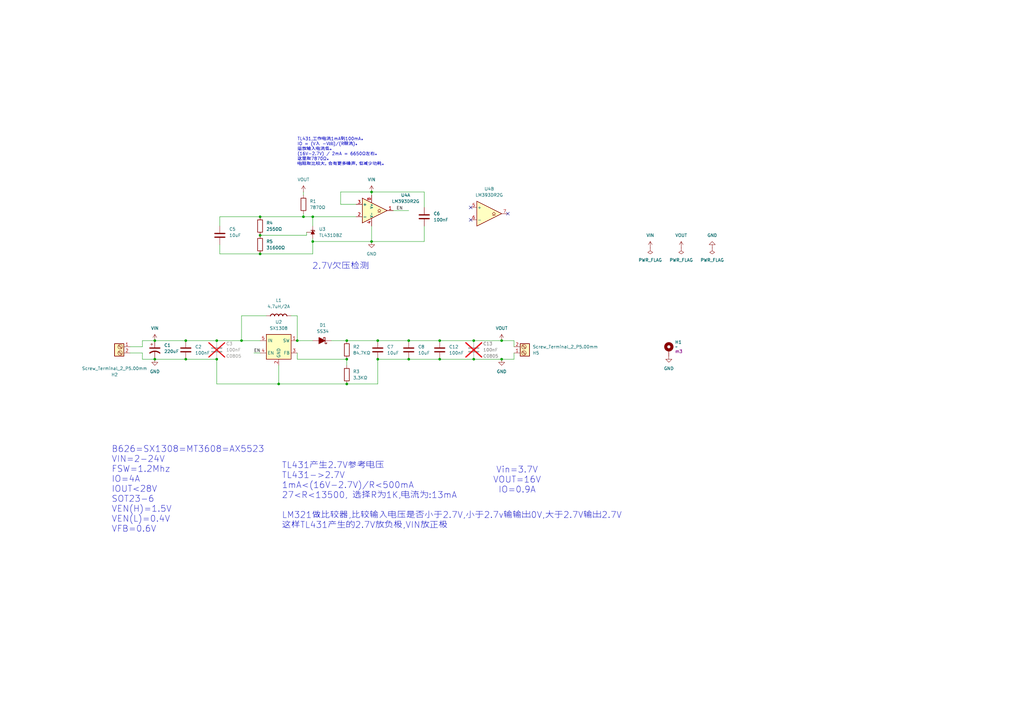
<source format=kicad_sch>
(kicad_sch
	(version 20231120)
	(generator "eeschema")
	(generator_version "8.0")
	(uuid "0f501cdf-739c-4a82-90c0-986d93085286")
	(paper "A3")
	(lib_symbols
		(symbol "Mechanical:MountingHole_Pad"
			(pin_numbers hide)
			(pin_names
				(offset 1.016) hide)
			(exclude_from_sim yes)
			(in_bom no)
			(on_board yes)
			(property "Reference" "H"
				(at 0 6.35 0)
				(effects
					(font
						(size 1.27 1.27)
					)
				)
			)
			(property "Value" "MountingHole_Pad"
				(at 0 4.445 0)
				(effects
					(font
						(size 1.27 1.27)
					)
				)
			)
			(property "Footprint" "MountingHole:MountingHole_3mm_Pad"
				(at 0 0 0)
				(effects
					(font
						(size 1.27 1.27)
					)
					(hide yes)
				)
			)
			(property "Datasheet" "~"
				(at 0 0 0)
				(effects
					(font
						(size 1.27 1.27)
					)
					(hide yes)
				)
			)
			(property "Description" "Mounting Hole with connection"
				(at 0 0 0)
				(effects
					(font
						(size 1.27 1.27)
					)
					(hide yes)
				)
			)
			(property "ki_keywords" "mounting hole"
				(at 0 0 0)
				(effects
					(font
						(size 1.27 1.27)
					)
					(hide yes)
				)
			)
			(property "ki_fp_filters" "MountingHole*Pad*"
				(at 0 0 0)
				(effects
					(font
						(size 1.27 1.27)
					)
					(hide yes)
				)
			)
			(symbol "MountingHole_Pad_0_1"
				(circle
					(center 0 1.27)
					(radius 1.27)
					(stroke
						(width 1.27)
						(type default)
					)
					(fill
						(type none)
					)
				)
			)
			(symbol "MountingHole_Pad_1_1"
				(pin input line
					(at 0 -2.54 90)
					(length 2.54)
					(name "1"
						(effects
							(font
								(size 1.27 1.27)
							)
						)
					)
					(number "1"
						(effects
							(font
								(size 1.27 1.27)
							)
						)
					)
				)
			)
		)
		(symbol "PCM_Analog_Comparator_AKL:LM393D"
			(pin_names
				(offset 0.2)
			)
			(exclude_from_sim no)
			(in_bom yes)
			(on_board yes)
			(property "Reference" "U"
				(at 1.27 6.35 0)
				(effects
					(font
						(size 1.27 1.27)
					)
					(justify left)
				)
			)
			(property "Value" "LM393D"
				(at 1.27 3.81 0)
				(effects
					(font
						(size 1.27 1.27)
					)
					(justify left)
				)
			)
			(property "Footprint" "PCM_Package_SO_AKL:SO-8_3.9x4.9mm_P1.27mm"
				(at 0 0 0)
				(effects
					(font
						(size 1.27 1.27)
					)
					(hide yes)
				)
			)
			(property "Datasheet" "https://www.ti.com/lit/ds/symlink/lm2903.pdf?ts=1641625322181&ref_url=https%253A%252F%252Fwww.google.com%252F"
				(at 0 0 0)
				(effects
					(font
						(size 1.27 1.27)
					)
					(hide yes)
				)
			)
			(property "Description" "SO-8 Dual Comparator with Open Collector Outputs, 1.3μs Propagation Delay, 5mV Offset, Alternate KiCAD Library"
				(at 0 0 0)
				(effects
					(font
						(size 1.27 1.27)
					)
					(hide yes)
				)
			)
			(property "ki_locked" ""
				(at 0 0 0)
				(effects
					(font
						(size 1.27 1.27)
					)
				)
			)
			(property "ki_keywords" "dual comparator voltage analog oc open collector LM393"
				(at 0 0 0)
				(effects
					(font
						(size 1.27 1.27)
					)
					(hide yes)
				)
			)
			(symbol "LM393D_0_1"
				(polyline
					(pts
						(xy -3.81 5.08) (xy -3.81 -5.08) (xy 6.35 0) (xy -3.81 5.08)
					)
					(stroke
						(width 0.254)
						(type default)
					)
					(fill
						(type background)
					)
				)
			)
			(symbol "LM393D_1_1"
				(polyline
					(pts
						(xy 3.81 -0.635) (xy 2.54 -0.635)
					)
					(stroke
						(width 0.1524)
						(type default)
					)
					(fill
						(type none)
					)
				)
				(polyline
					(pts
						(xy 3.175 -0.635) (xy 2.54 0) (xy 3.175 0.635) (xy 3.81 0) (xy 3.175 -0.635)
					)
					(stroke
						(width 0.1524)
						(type default)
					)
					(fill
						(type none)
					)
				)
				(pin open_collector line
					(at 8.89 0 180)
					(length 2.54)
					(name "~"
						(effects
							(font
								(size 1.27 1.27)
							)
						)
					)
					(number "1"
						(effects
							(font
								(size 1.27 1.27)
							)
						)
					)
				)
				(pin input line
					(at -6.35 -2.54 0)
					(length 2.54)
					(name "-"
						(effects
							(font
								(size 1.27 1.27)
							)
						)
					)
					(number "2"
						(effects
							(font
								(size 1.27 1.27)
							)
						)
					)
				)
				(pin input line
					(at -6.35 2.54 0)
					(length 2.54)
					(name "+"
						(effects
							(font
								(size 1.27 1.27)
							)
						)
					)
					(number "3"
						(effects
							(font
								(size 1.27 1.27)
							)
						)
					)
				)
				(pin power_in line
					(at 0 -6.35 90)
					(length 3.18)
					(name "V-"
						(effects
							(font
								(size 1 1)
							)
						)
					)
					(number "4"
						(effects
							(font
								(size 1.27 1.27)
							)
						)
					)
				)
				(pin power_in line
					(at 0 6.35 270)
					(length 3.18)
					(name "V+"
						(effects
							(font
								(size 1 1)
							)
						)
					)
					(number "8"
						(effects
							(font
								(size 1.27 1.27)
							)
						)
					)
				)
			)
			(symbol "LM393D_2_1"
				(polyline
					(pts
						(xy 3.81 -0.635) (xy 2.54 -0.635)
					)
					(stroke
						(width 0.1524)
						(type default)
					)
					(fill
						(type none)
					)
				)
				(polyline
					(pts
						(xy 3.175 -0.635) (xy 2.54 0) (xy 3.175 0.635) (xy 3.81 0) (xy 3.175 -0.635)
					)
					(stroke
						(width 0.1524)
						(type default)
					)
					(fill
						(type none)
					)
				)
				(pin input line
					(at -6.35 2.54 0)
					(length 2.54)
					(name "+"
						(effects
							(font
								(size 1.27 1.27)
							)
						)
					)
					(number "5"
						(effects
							(font
								(size 1.27 1.27)
							)
						)
					)
				)
				(pin input line
					(at -6.35 -2.54 0)
					(length 2.54)
					(name "-"
						(effects
							(font
								(size 1.27 1.27)
							)
						)
					)
					(number "6"
						(effects
							(font
								(size 1.27 1.27)
							)
						)
					)
				)
				(pin open_collector line
					(at 8.89 0 180)
					(length 2.54)
					(name "~"
						(effects
							(font
								(size 1.27 1.27)
							)
						)
					)
					(number "7"
						(effects
							(font
								(size 1.27 1.27)
							)
						)
					)
				)
			)
		)
		(symbol "PCM_Capacitor_US_AKL:CP_Radial_D8.0mm_P3.50mm"
			(pin_numbers hide)
			(pin_names
				(offset 0.254)
			)
			(exclude_from_sim no)
			(in_bom yes)
			(on_board yes)
			(property "Reference" "C"
				(at 0.635 2.54 0)
				(effects
					(font
						(size 1.27 1.27)
					)
					(justify left)
				)
			)
			(property "Value" "CP_Radial_D8.0mm_P3.50mm"
				(at 0.635 -2.54 0)
				(effects
					(font
						(size 1.27 1.27)
					)
					(justify left)
				)
			)
			(property "Footprint" "PCM_Capacitor_THT_US_AKL:CP_Radial_D8.0mm_P3.50mm"
				(at 0 -10.16 0)
				(effects
					(font
						(size 1.27 1.27)
					)
					(hide yes)
				)
			)
			(property "Datasheet" "~"
				(at 0 0 0)
				(effects
					(font
						(size 1.27 1.27)
					)
					(hide yes)
				)
			)
			(property "Description" "THT Electrolytic Capacitor, 8.0mm Diameter, 3.50mm Pitch, US Symbol, Alternate KiCad Library"
				(at 0 0 0)
				(effects
					(font
						(size 1.27 1.27)
					)
					(hide yes)
				)
			)
			(property "ki_keywords" "cap capacitor polarized us tht radial electrolytic 8mm 3.50mm"
				(at 0 0 0)
				(effects
					(font
						(size 1.27 1.27)
					)
					(hide yes)
				)
			)
			(property "ki_fp_filters" "CP_*"
				(at 0 0 0)
				(effects
					(font
						(size 1.27 1.27)
					)
					(hide yes)
				)
			)
			(symbol "CP_Radial_D8.0mm_P3.50mm_0_1"
				(polyline
					(pts
						(xy -2.032 0.762) (xy 2.032 0.762)
					)
					(stroke
						(width 0.508)
						(type default)
					)
					(fill
						(type none)
					)
				)
				(polyline
					(pts
						(xy -1.778 2.286) (xy -0.762 2.286)
					)
					(stroke
						(width 0)
						(type default)
					)
					(fill
						(type none)
					)
				)
				(polyline
					(pts
						(xy -1.27 1.778) (xy -1.27 2.794)
					)
					(stroke
						(width 0)
						(type default)
					)
					(fill
						(type none)
					)
				)
				(arc
					(start 2.032 -1.27)
					(mid 0 -0.5572)
					(end -2.032 -1.27)
					(stroke
						(width 0.508)
						(type default)
					)
					(fill
						(type none)
					)
				)
			)
			(symbol "CP_Radial_D8.0mm_P3.50mm_0_2"
				(polyline
					(pts
						(xy -2.54 -2.54) (xy -0.6604 -0.6604)
					)
					(stroke
						(width 0)
						(type default)
					)
					(fill
						(type none)
					)
				)
				(polyline
					(pts
						(xy -0.635 -0.635) (xy -0.508 -0.508)
					)
					(stroke
						(width 0)
						(type default)
					)
					(fill
						(type none)
					)
				)
				(polyline
					(pts
						(xy 0 2.032) (xy 1.016 2.032)
					)
					(stroke
						(width 0)
						(type default)
					)
					(fill
						(type none)
					)
				)
				(polyline
					(pts
						(xy 0.508 0.508) (xy -0.635 1.651)
					)
					(stroke
						(width 0.508)
						(type default)
					)
					(fill
						(type none)
					)
				)
				(polyline
					(pts
						(xy 0.508 0.508) (xy 1.651 -0.635)
					)
					(stroke
						(width 0.508)
						(type default)
					)
					(fill
						(type none)
					)
				)
				(polyline
					(pts
						(xy 0.508 2.54) (xy 0.508 1.524)
					)
					(stroke
						(width 0)
						(type default)
					)
					(fill
						(type none)
					)
				)
				(polyline
					(pts
						(xy 0.6604 0.6604) (xy 2.54 2.54)
					)
					(stroke
						(width 0)
						(type default)
					)
					(fill
						(type none)
					)
				)
				(arc
					(start 0.254 -2.032)
					(mid -0.4156 -0.4156)
					(end -2.032 0.254)
					(stroke
						(width 0.508)
						(type default)
					)
					(fill
						(type none)
					)
				)
			)
			(symbol "CP_Radial_D8.0mm_P3.50mm_1_1"
				(pin passive line
					(at 0 3.81 270)
					(length 2.794)
					(name "~"
						(effects
							(font
								(size 1.27 1.27)
							)
						)
					)
					(number "1"
						(effects
							(font
								(size 1.27 1.27)
							)
						)
					)
				)
				(pin passive line
					(at 0 -3.81 90)
					(length 3.302)
					(name "~"
						(effects
							(font
								(size 1.27 1.27)
							)
						)
					)
					(number "2"
						(effects
							(font
								(size 1.27 1.27)
							)
						)
					)
				)
			)
			(symbol "CP_Radial_D8.0mm_P3.50mm_1_2"
				(pin passive line
					(at 2.54 2.54 270)
					(length 0)
					(name "~"
						(effects
							(font
								(size 1.27 1.27)
							)
						)
					)
					(number "1"
						(effects
							(font
								(size 1.27 1.27)
							)
						)
					)
				)
				(pin passive line
					(at -2.54 -2.54 90)
					(length 0)
					(name "~"
						(effects
							(font
								(size 1.27 1.27)
							)
						)
					)
					(number "2"
						(effects
							(font
								(size 1.27 1.27)
							)
						)
					)
				)
			)
		)
		(symbol "PCM_Capacitor_US_AKL:C_0805"
			(pin_numbers hide)
			(pin_names
				(offset 0.254)
			)
			(exclude_from_sim no)
			(in_bom yes)
			(on_board yes)
			(property "Reference" "C"
				(at 0.635 2.54 0)
				(effects
					(font
						(size 1.27 1.27)
					)
					(justify left)
				)
			)
			(property "Value" "C_0805"
				(at 0.635 -2.54 0)
				(effects
					(font
						(size 1.27 1.27)
					)
					(justify left)
				)
			)
			(property "Footprint" "PCM_Capacitor_SMD_AKL:C_0805_2012Metric"
				(at 0.9652 -3.81 0)
				(effects
					(font
						(size 1.27 1.27)
					)
					(hide yes)
				)
			)
			(property "Datasheet" "~"
				(at 0 0 0)
				(effects
					(font
						(size 1.27 1.27)
					)
					(hide yes)
				)
			)
			(property "Description" "SMD 0805 MLCC capacitor, Alternate KiCad Library"
				(at 0 0 0)
				(effects
					(font
						(size 1.27 1.27)
					)
					(hide yes)
				)
			)
			(property "ki_keywords" "cap capacitor ceramic chip mlcc smd 0805"
				(at 0 0 0)
				(effects
					(font
						(size 1.27 1.27)
					)
					(hide yes)
				)
			)
			(property "ki_fp_filters" "C_*"
				(at 0 0 0)
				(effects
					(font
						(size 1.27 1.27)
					)
					(hide yes)
				)
			)
			(symbol "C_0805_0_1"
				(polyline
					(pts
						(xy -2.032 -0.762) (xy 2.032 -0.762)
					)
					(stroke
						(width 0.508)
						(type default)
					)
					(fill
						(type none)
					)
				)
				(polyline
					(pts
						(xy -2.032 0.762) (xy 2.032 0.762)
					)
					(stroke
						(width 0.508)
						(type default)
					)
					(fill
						(type none)
					)
				)
			)
			(symbol "C_0805_0_2"
				(polyline
					(pts
						(xy -2.54 -2.54) (xy -0.381 -0.381)
					)
					(stroke
						(width 0)
						(type default)
					)
					(fill
						(type none)
					)
				)
				(polyline
					(pts
						(xy -0.508 -0.508) (xy -1.651 0.635)
					)
					(stroke
						(width 0.508)
						(type default)
					)
					(fill
						(type none)
					)
				)
				(polyline
					(pts
						(xy -0.508 -0.508) (xy 0.635 -1.651)
					)
					(stroke
						(width 0.508)
						(type default)
					)
					(fill
						(type none)
					)
				)
				(polyline
					(pts
						(xy 0.381 0.381) (xy 2.54 2.54)
					)
					(stroke
						(width 0)
						(type default)
					)
					(fill
						(type none)
					)
				)
				(polyline
					(pts
						(xy 0.508 0.508) (xy -0.635 1.651)
					)
					(stroke
						(width 0.508)
						(type default)
					)
					(fill
						(type none)
					)
				)
				(polyline
					(pts
						(xy 0.508 0.508) (xy 1.651 -0.635)
					)
					(stroke
						(width 0.508)
						(type default)
					)
					(fill
						(type none)
					)
				)
			)
			(symbol "C_0805_1_1"
				(pin passive line
					(at 0 3.81 270)
					(length 2.794)
					(name "~"
						(effects
							(font
								(size 1.27 1.27)
							)
						)
					)
					(number "1"
						(effects
							(font
								(size 1.27 1.27)
							)
						)
					)
				)
				(pin passive line
					(at 0 -3.81 90)
					(length 2.794)
					(name "~"
						(effects
							(font
								(size 1.27 1.27)
							)
						)
					)
					(number "2"
						(effects
							(font
								(size 1.27 1.27)
							)
						)
					)
				)
			)
			(symbol "C_0805_1_2"
				(pin passive line
					(at 2.54 2.54 270)
					(length 0)
					(name "~"
						(effects
							(font
								(size 1.27 1.27)
							)
						)
					)
					(number "1"
						(effects
							(font
								(size 1.27 1.27)
							)
						)
					)
				)
				(pin passive line
					(at -2.54 -2.54 90)
					(length 0)
					(name "~"
						(effects
							(font
								(size 1.27 1.27)
							)
						)
					)
					(number "2"
						(effects
							(font
								(size 1.27 1.27)
							)
						)
					)
				)
			)
		)
		(symbol "PCM_Capacitor_US_AKL:C_Disc_D5.1mm_W3.2mm_P5.00mm"
			(pin_numbers hide)
			(pin_names
				(offset 0.254)
			)
			(exclude_from_sim no)
			(in_bom yes)
			(on_board yes)
			(property "Reference" "C"
				(at 0.635 2.54 0)
				(effects
					(font
						(size 1.27 1.27)
					)
					(justify left)
				)
			)
			(property "Value" "C_Disc_D5.1mm_W3.2mm_P5.00mm"
				(at 0.635 -2.54 0)
				(effects
					(font
						(size 1.27 1.27)
					)
					(justify left)
				)
			)
			(property "Footprint" "PCM_Capacitor_THT_US_AKL:C_Disc_D5.1mm_W3.2mm_P5.00mm"
				(at 0.9652 -3.81 0)
				(effects
					(font
						(size 1.27 1.27)
					)
					(hide yes)
				)
			)
			(property "Datasheet" "~"
				(at 0 0 0)
				(effects
					(font
						(size 1.27 1.27)
					)
					(hide yes)
				)
			)
			(property "Description" "THT Ceramic Disc Capacitor, 5.1mm Diameter, 3.2mm Width, 5.00mm Pitch, Alternate KiCad Library"
				(at 0 0 0)
				(effects
					(font
						(size 1.27 1.27)
					)
					(hide yes)
				)
			)
			(property "ki_keywords" "cap capacitor tht ceramic disc 5.1x3.2mm 5.00mm"
				(at 0 0 0)
				(effects
					(font
						(size 1.27 1.27)
					)
					(hide yes)
				)
			)
			(property "ki_fp_filters" "C_*"
				(at 0 0 0)
				(effects
					(font
						(size 1.27 1.27)
					)
					(hide yes)
				)
			)
			(symbol "C_Disc_D5.1mm_W3.2mm_P5.00mm_0_1"
				(polyline
					(pts
						(xy -2.032 -0.762) (xy 2.032 -0.762)
					)
					(stroke
						(width 0.508)
						(type default)
					)
					(fill
						(type none)
					)
				)
				(polyline
					(pts
						(xy -2.032 0.762) (xy 2.032 0.762)
					)
					(stroke
						(width 0.508)
						(type default)
					)
					(fill
						(type none)
					)
				)
			)
			(symbol "C_Disc_D5.1mm_W3.2mm_P5.00mm_0_2"
				(polyline
					(pts
						(xy -2.54 -2.54) (xy -0.381 -0.381)
					)
					(stroke
						(width 0)
						(type default)
					)
					(fill
						(type none)
					)
				)
				(polyline
					(pts
						(xy -0.508 -0.508) (xy -1.651 0.635)
					)
					(stroke
						(width 0.508)
						(type default)
					)
					(fill
						(type none)
					)
				)
				(polyline
					(pts
						(xy -0.508 -0.508) (xy 0.635 -1.651)
					)
					(stroke
						(width 0.508)
						(type default)
					)
					(fill
						(type none)
					)
				)
				(polyline
					(pts
						(xy 0.381 0.381) (xy 2.54 2.54)
					)
					(stroke
						(width 0)
						(type default)
					)
					(fill
						(type none)
					)
				)
				(polyline
					(pts
						(xy 0.508 0.508) (xy -0.635 1.651)
					)
					(stroke
						(width 0.508)
						(type default)
					)
					(fill
						(type none)
					)
				)
				(polyline
					(pts
						(xy 0.508 0.508) (xy 1.651 -0.635)
					)
					(stroke
						(width 0.508)
						(type default)
					)
					(fill
						(type none)
					)
				)
			)
			(symbol "C_Disc_D5.1mm_W3.2mm_P5.00mm_1_1"
				(pin passive line
					(at 0 3.81 270)
					(length 2.794)
					(name "~"
						(effects
							(font
								(size 1.27 1.27)
							)
						)
					)
					(number "1"
						(effects
							(font
								(size 1.27 1.27)
							)
						)
					)
				)
				(pin passive line
					(at 0 -3.81 90)
					(length 2.794)
					(name "~"
						(effects
							(font
								(size 1.27 1.27)
							)
						)
					)
					(number "2"
						(effects
							(font
								(size 1.27 1.27)
							)
						)
					)
				)
			)
			(symbol "C_Disc_D5.1mm_W3.2mm_P5.00mm_1_2"
				(pin passive line
					(at 2.54 2.54 270)
					(length 0)
					(name "~"
						(effects
							(font
								(size 1.27 1.27)
							)
						)
					)
					(number "1"
						(effects
							(font
								(size 1.27 1.27)
							)
						)
					)
				)
				(pin passive line
					(at -2.54 -2.54 90)
					(length 0)
					(name "~"
						(effects
							(font
								(size 1.27 1.27)
							)
						)
					)
					(number "2"
						(effects
							(font
								(size 1.27 1.27)
							)
						)
					)
				)
			)
		)
		(symbol "PCM_Diode_Schottky_AKL:SS34"
			(pin_numbers hide)
			(pin_names
				(offset 1.016) hide)
			(exclude_from_sim no)
			(in_bom yes)
			(on_board yes)
			(property "Reference" "D"
				(at 0 5.08 0)
				(effects
					(font
						(size 1.27 1.27)
					)
					(hide yes)
				)
			)
			(property "Value" "SS34"
				(at 0 2.54 0)
				(effects
					(font
						(size 1.27 1.27)
					)
				)
			)
			(property "Footprint" "PCM_Diode_SMD_AKL:D_SMA"
				(at 0 0 0)
				(effects
					(font
						(size 1.27 1.27)
					)
					(hide yes)
				)
			)
			(property "Datasheet" "https://www.tme.eu/Document/4534c3d1273464918563ce78bdeb2ece/SS34-E3-57T.pdf"
				(at 0 0 0)
				(effects
					(font
						(size 1.27 1.27)
					)
					(hide yes)
				)
			)
			(property "Description" "SMC Schottky diode, 40V, 3A, Alternate KiCAD Library"
				(at 0 0 0)
				(effects
					(font
						(size 1.27 1.27)
					)
					(hide yes)
				)
			)
			(property "ki_keywords" "diode Schottky SS34"
				(at 0 0 0)
				(effects
					(font
						(size 1.27 1.27)
					)
					(hide yes)
				)
			)
			(property "ki_fp_filters" "TO-???* *_Diode_* *SingleDiode* D_*"
				(at 0 0 0)
				(effects
					(font
						(size 1.27 1.27)
					)
					(hide yes)
				)
			)
			(symbol "SS34_0_1"
				(polyline
					(pts
						(xy -1.27 0) (xy 1.27 0)
					)
					(stroke
						(width 0)
						(type default)
					)
					(fill
						(type none)
					)
				)
				(polyline
					(pts
						(xy -1.27 -1.27) (xy -1.27 1.27) (xy 1.27 0) (xy -1.27 -1.27)
					)
					(stroke
						(width 0.254)
						(type default)
					)
					(fill
						(type outline)
					)
				)
				(polyline
					(pts
						(xy 1.905 -0.762) (xy 1.905 -1.27) (xy 1.27 -1.27) (xy 1.27 1.27) (xy 0.635 1.27) (xy 0.635 0.762)
					)
					(stroke
						(width 0.254)
						(type default)
					)
					(fill
						(type none)
					)
				)
			)
			(symbol "SS34_0_2"
				(polyline
					(pts
						(xy -2.54 -2.54) (xy 2.54 2.54)
					)
					(stroke
						(width 0)
						(type default)
					)
					(fill
						(type none)
					)
				)
				(polyline
					(pts
						(xy 0 1.778) (xy 1.778 0)
					)
					(stroke
						(width 0.254)
						(type default)
					)
					(fill
						(type none)
					)
				)
				(polyline
					(pts
						(xy 0 1.778) (xy -0.381 1.397) (xy 0 1.016)
					)
					(stroke
						(width 0.254)
						(type default)
					)
					(fill
						(type none)
					)
				)
				(polyline
					(pts
						(xy 1.778 0) (xy 2.159 0.381) (xy 1.778 0.762)
					)
					(stroke
						(width 0.254)
						(type default)
					)
					(fill
						(type none)
					)
				)
				(polyline
					(pts
						(xy -0.889 -0.889) (xy -1.778 0) (xy 0.889 0.889) (xy 0 -1.778) (xy -0.889 -0.889)
					)
					(stroke
						(width 0.254)
						(type default)
					)
					(fill
						(type outline)
					)
				)
			)
			(symbol "SS34_1_1"
				(pin passive line
					(at 3.81 0 180)
					(length 2.54)
					(name "K"
						(effects
							(font
								(size 1.27 1.27)
							)
						)
					)
					(number "1"
						(effects
							(font
								(size 1.27 1.27)
							)
						)
					)
				)
				(pin passive line
					(at -3.81 0 0)
					(length 2.54)
					(name "A"
						(effects
							(font
								(size 1.27 1.27)
							)
						)
					)
					(number "2"
						(effects
							(font
								(size 1.27 1.27)
							)
						)
					)
				)
			)
			(symbol "SS34_1_2"
				(pin passive line
					(at 2.54 2.54 180)
					(length 0)
					(name "K"
						(effects
							(font
								(size 1.27 1.27)
							)
						)
					)
					(number "1"
						(effects
							(font
								(size 1.27 1.27)
							)
						)
					)
				)
				(pin passive line
					(at -2.54 -2.54 0)
					(length 0)
					(name "A"
						(effects
							(font
								(size 1.27 1.27)
							)
						)
					)
					(number "2"
						(effects
							(font
								(size 1.27 1.27)
							)
						)
					)
				)
			)
		)
		(symbol "PCM_Resistor_AKL:R_DIN0207_P2.54mm"
			(pin_numbers hide)
			(pin_names
				(offset 0)
			)
			(exclude_from_sim no)
			(in_bom yes)
			(on_board yes)
			(property "Reference" "R"
				(at 2.54 1.27 0)
				(effects
					(font
						(size 1.27 1.27)
					)
					(justify left)
				)
			)
			(property "Value" "R_DIN0207_P2.54mm"
				(at 2.54 -1.27 0)
				(effects
					(font
						(size 1.27 1.27)
					)
					(justify left)
				)
			)
			(property "Footprint" "PCM_Resistor_THT_AKL:R_Axial_DIN0207_L6.3mm_D2.5mm_P2.54mm_Vertical"
				(at 0 -11.43 0)
				(effects
					(font
						(size 1.27 1.27)
					)
					(hide yes)
				)
			)
			(property "Datasheet" "~"
				(at 0 0 0)
				(effects
					(font
						(size 1.27 1.27)
					)
					(hide yes)
				)
			)
			(property "Description" "THT 0207 Resistor, 2.54mm Pin Pitch, European Symbol, Alternate KiCad Library"
				(at 0 0 0)
				(effects
					(font
						(size 1.27 1.27)
					)
					(hide yes)
				)
			)
			(property "ki_keywords" "R res resistor eu tht 2.54mm 0207"
				(at 0 0 0)
				(effects
					(font
						(size 1.27 1.27)
					)
					(hide yes)
				)
			)
			(property "ki_fp_filters" "R_*"
				(at 0 0 0)
				(effects
					(font
						(size 1.27 1.27)
					)
					(hide yes)
				)
			)
			(symbol "R_DIN0207_P2.54mm_0_1"
				(rectangle
					(start -1.016 2.54)
					(end 1.016 -2.54)
					(stroke
						(width 0.254)
						(type default)
					)
					(fill
						(type none)
					)
				)
			)
			(symbol "R_DIN0207_P2.54mm_0_2"
				(polyline
					(pts
						(xy -2.54 -2.54) (xy -1.524 -1.524)
					)
					(stroke
						(width 0)
						(type default)
					)
					(fill
						(type none)
					)
				)
				(polyline
					(pts
						(xy 1.524 1.524) (xy 2.54 2.54)
					)
					(stroke
						(width 0)
						(type default)
					)
					(fill
						(type none)
					)
				)
				(polyline
					(pts
						(xy 1.524 1.524) (xy 0.889 2.159) (xy -2.159 -0.889) (xy -0.889 -2.159) (xy 2.159 0.889) (xy 1.524 1.524)
					)
					(stroke
						(width 0.254)
						(type default)
					)
					(fill
						(type none)
					)
				)
			)
			(symbol "R_DIN0207_P2.54mm_1_1"
				(pin passive line
					(at 0 3.81 270)
					(length 1.27)
					(name "~"
						(effects
							(font
								(size 1.27 1.27)
							)
						)
					)
					(number "1"
						(effects
							(font
								(size 1.27 1.27)
							)
						)
					)
				)
				(pin passive line
					(at 0 -3.81 90)
					(length 1.27)
					(name "~"
						(effects
							(font
								(size 1.27 1.27)
							)
						)
					)
					(number "2"
						(effects
							(font
								(size 1.27 1.27)
							)
						)
					)
				)
			)
			(symbol "R_DIN0207_P2.54mm_1_2"
				(pin passive line
					(at 2.54 2.54 180)
					(length 0)
					(name ""
						(effects
							(font
								(size 1.27 1.27)
							)
						)
					)
					(number "1"
						(effects
							(font
								(size 1.27 1.27)
							)
						)
					)
				)
				(pin passive line
					(at -2.54 -2.54 0)
					(length 0)
					(name ""
						(effects
							(font
								(size 1.27 1.27)
							)
						)
					)
					(number "2"
						(effects
							(font
								(size 1.27 1.27)
							)
						)
					)
				)
			)
		)
		(symbol "PCM_SL_Screw_Terminal:Screw_Terminal_2_P5.00mm"
			(exclude_from_sim no)
			(in_bom yes)
			(on_board yes)
			(property "Reference" "J"
				(at 0 3.81 0)
				(effects
					(font
						(size 1.27 1.27)
					)
				)
			)
			(property "Value" "Screw_Terminal_2_P5.00mm"
				(at 0 -3.81 0)
				(effects
					(font
						(size 1.27 1.27)
					)
				)
			)
			(property "Footprint" "TerminalBlock_Phoenix:TerminalBlock_Phoenix_PT-1,5-2-5.0-H_1x02_P5.00mm_Horizontal"
				(at 1.27 -6.35 0)
				(effects
					(font
						(size 1.27 1.27)
					)
					(hide yes)
				)
			)
			(property "Datasheet" ""
				(at 0 0 0)
				(effects
					(font
						(size 1.27 1.27)
					)
					(hide yes)
				)
			)
			(property "Description" ""
				(at 0 0 0)
				(effects
					(font
						(size 1.27 1.27)
					)
					(hide yes)
				)
			)
			(property "ki_keywords" "Screw Terminal"
				(at 0 0 0)
				(effects
					(font
						(size 1.27 1.27)
					)
					(hide yes)
				)
			)
			(symbol "Screw_Terminal_2_P5.00mm_0_1"
				(rectangle
					(start -1.27 2.54)
					(end 2.54 -2.54)
					(stroke
						(width 0.3)
						(type default)
					)
					(fill
						(type background)
					)
				)
				(polyline
					(pts
						(xy -0.254 -2.032) (xy 1.016 -0.762)
					)
					(stroke
						(width 0)
						(type default)
					)
					(fill
						(type none)
					)
				)
				(polyline
					(pts
						(xy -0.254 0.508) (xy 1.016 1.778)
					)
					(stroke
						(width 0)
						(type default)
					)
					(fill
						(type none)
					)
				)
				(polyline
					(pts
						(xy 0 -1.27) (xy -0.508 -1.778) (xy 0.762 -0.508)
					)
					(stroke
						(width 0)
						(type default)
					)
					(fill
						(type none)
					)
				)
				(polyline
					(pts
						(xy 0 1.27) (xy -0.508 0.762) (xy 0.762 2.032)
					)
					(stroke
						(width 0)
						(type default)
					)
					(fill
						(type none)
					)
				)
				(circle
					(center 0.254 -1.27)
					(radius 0.9158)
					(stroke
						(width 0)
						(type default)
					)
					(fill
						(type none)
					)
				)
				(circle
					(center 0.254 1.27)
					(radius 0.9158)
					(stroke
						(width 0)
						(type default)
					)
					(fill
						(type none)
					)
				)
			)
			(symbol "Screw_Terminal_2_P5.00mm_1_1"
				(pin passive line
					(at -3.81 1.27 0)
					(length 2.54)
					(name ""
						(effects
							(font
								(size 1.27 1.27)
							)
						)
					)
					(number "1"
						(effects
							(font
								(size 1.27 1.27)
							)
						)
					)
				)
				(pin passive line
					(at -3.81 -1.27 0)
					(length 2.54)
					(name ""
						(effects
							(font
								(size 1.27 1.27)
							)
						)
					)
					(number "2"
						(effects
							(font
								(size 1.27 1.27)
							)
						)
					)
				)
			)
		)
		(symbol "Reference_Voltage:TL431DBZ"
			(pin_numbers hide)
			(pin_names hide)
			(exclude_from_sim no)
			(in_bom yes)
			(on_board yes)
			(property "Reference" "U"
				(at -2.54 2.54 0)
				(effects
					(font
						(size 1.27 1.27)
					)
				)
			)
			(property "Value" "TL431DBZ"
				(at 0 -2.54 0)
				(effects
					(font
						(size 1.27 1.27)
					)
				)
			)
			(property "Footprint" "Package_TO_SOT_SMD:SOT-23"
				(at 0 -4.826 0)
				(effects
					(font
						(size 1.27 1.27)
						(italic yes)
					)
					(hide yes)
				)
			)
			(property "Datasheet" "http://www.ti.com/lit/ds/symlink/tl431.pdf"
				(at 1.778 -9.144 0)
				(effects
					(font
						(size 1.27 1.27)
						(italic yes)
					)
					(hide yes)
				)
			)
			(property "Description" "Shunt Regulator, SOT-23"
				(at 0 -7.112 0)
				(effects
					(font
						(size 1.27 1.27)
					)
					(hide yes)
				)
			)
			(property "ki_keywords" "diode device shunt regulator"
				(at 0 0 0)
				(effects
					(font
						(size 1.27 1.27)
					)
					(hide yes)
				)
			)
			(property "ki_fp_filters" "SOT?23*"
				(at 0 0 0)
				(effects
					(font
						(size 1.27 1.27)
					)
					(hide yes)
				)
			)
			(symbol "TL431DBZ_0_1"
				(polyline
					(pts
						(xy -1.27 0) (xy 0 0) (xy 1.27 0)
					)
					(stroke
						(width 0)
						(type default)
					)
					(fill
						(type none)
					)
				)
				(polyline
					(pts
						(xy -0.762 -0.762) (xy -0.762 0.762) (xy 0.762 0) (xy -0.762 -0.762)
					)
					(stroke
						(width 0)
						(type default)
					)
					(fill
						(type outline)
					)
				)
				(polyline
					(pts
						(xy 0.254 -0.762) (xy 0.762 -0.762) (xy 0.762 0.762) (xy 0.762 0.762)
					)
					(stroke
						(width 0.254)
						(type default)
					)
					(fill
						(type none)
					)
				)
			)
			(symbol "TL431DBZ_1_1"
				(pin passive line
					(at 2.54 0 180)
					(length 2.54)
					(name "K"
						(effects
							(font
								(size 1.27 1.27)
							)
						)
					)
					(number "1"
						(effects
							(font
								(size 1.27 1.27)
							)
						)
					)
				)
				(pin passive line
					(at 0 2.54 270)
					(length 2.54)
					(name "REF"
						(effects
							(font
								(size 1.27 1.27)
							)
						)
					)
					(number "2"
						(effects
							(font
								(size 1.27 1.27)
							)
						)
					)
				)
				(pin passive line
					(at -2.54 0 0)
					(length 2.54)
					(name "A"
						(effects
							(font
								(size 1.27 1.27)
							)
						)
					)
					(number "3"
						(effects
							(font
								(size 1.27 1.27)
							)
						)
					)
				)
			)
		)
		(symbol "power:GND"
			(power)
			(pin_numbers hide)
			(pin_names
				(offset 0) hide)
			(exclude_from_sim no)
			(in_bom yes)
			(on_board yes)
			(property "Reference" "#PWR"
				(at 0 -6.35 0)
				(effects
					(font
						(size 1.27 1.27)
					)
					(hide yes)
				)
			)
			(property "Value" "GND"
				(at 0 -3.81 0)
				(effects
					(font
						(size 1.27 1.27)
					)
				)
			)
			(property "Footprint" ""
				(at 0 0 0)
				(effects
					(font
						(size 1.27 1.27)
					)
					(hide yes)
				)
			)
			(property "Datasheet" ""
				(at 0 0 0)
				(effects
					(font
						(size 1.27 1.27)
					)
					(hide yes)
				)
			)
			(property "Description" "Power symbol creates a global label with name \"GND\" , ground"
				(at 0 0 0)
				(effects
					(font
						(size 1.27 1.27)
					)
					(hide yes)
				)
			)
			(property "ki_keywords" "global power"
				(at 0 0 0)
				(effects
					(font
						(size 1.27 1.27)
					)
					(hide yes)
				)
			)
			(symbol "GND_0_1"
				(polyline
					(pts
						(xy 0 0) (xy 0 -1.27) (xy 1.27 -1.27) (xy 0 -2.54) (xy -1.27 -1.27) (xy 0 -1.27)
					)
					(stroke
						(width 0)
						(type default)
					)
					(fill
						(type none)
					)
				)
			)
			(symbol "GND_1_1"
				(pin power_in line
					(at 0 0 270)
					(length 0)
					(name "~"
						(effects
							(font
								(size 1.27 1.27)
							)
						)
					)
					(number "1"
						(effects
							(font
								(size 1.27 1.27)
							)
						)
					)
				)
			)
		)
		(symbol "power:PWR_FLAG"
			(power)
			(pin_numbers hide)
			(pin_names
				(offset 0) hide)
			(exclude_from_sim no)
			(in_bom yes)
			(on_board yes)
			(property "Reference" "#FLG"
				(at 0 1.905 0)
				(effects
					(font
						(size 1.27 1.27)
					)
					(hide yes)
				)
			)
			(property "Value" "PWR_FLAG"
				(at 0 3.81 0)
				(effects
					(font
						(size 1.27 1.27)
					)
				)
			)
			(property "Footprint" ""
				(at 0 0 0)
				(effects
					(font
						(size 1.27 1.27)
					)
					(hide yes)
				)
			)
			(property "Datasheet" "~"
				(at 0 0 0)
				(effects
					(font
						(size 1.27 1.27)
					)
					(hide yes)
				)
			)
			(property "Description" "Special symbol for telling ERC where power comes from"
				(at 0 0 0)
				(effects
					(font
						(size 1.27 1.27)
					)
					(hide yes)
				)
			)
			(property "ki_keywords" "flag power"
				(at 0 0 0)
				(effects
					(font
						(size 1.27 1.27)
					)
					(hide yes)
				)
			)
			(symbol "PWR_FLAG_0_0"
				(pin power_out line
					(at 0 0 90)
					(length 0)
					(name "~"
						(effects
							(font
								(size 1.27 1.27)
							)
						)
					)
					(number "1"
						(effects
							(font
								(size 1.27 1.27)
							)
						)
					)
				)
			)
			(symbol "PWR_FLAG_0_1"
				(polyline
					(pts
						(xy 0 0) (xy 0 1.27) (xy -1.016 1.905) (xy 0 2.54) (xy 1.016 1.905) (xy 0 1.27)
					)
					(stroke
						(width 0)
						(type default)
					)
					(fill
						(type none)
					)
				)
			)
		)
		(symbol "power:VCC"
			(power)
			(pin_numbers hide)
			(pin_names
				(offset 0) hide)
			(exclude_from_sim no)
			(in_bom yes)
			(on_board yes)
			(property "Reference" "#PWR"
				(at 0 -3.81 0)
				(effects
					(font
						(size 1.27 1.27)
					)
					(hide yes)
				)
			)
			(property "Value" "VCC"
				(at 0 3.556 0)
				(effects
					(font
						(size 1.27 1.27)
					)
				)
			)
			(property "Footprint" ""
				(at 0 0 0)
				(effects
					(font
						(size 1.27 1.27)
					)
					(hide yes)
				)
			)
			(property "Datasheet" ""
				(at 0 0 0)
				(effects
					(font
						(size 1.27 1.27)
					)
					(hide yes)
				)
			)
			(property "Description" "Power symbol creates a global label with name \"VCC\""
				(at 0 0 0)
				(effects
					(font
						(size 1.27 1.27)
					)
					(hide yes)
				)
			)
			(property "ki_keywords" "global power"
				(at 0 0 0)
				(effects
					(font
						(size 1.27 1.27)
					)
					(hide yes)
				)
			)
			(symbol "VCC_0_1"
				(polyline
					(pts
						(xy -0.762 1.27) (xy 0 2.54)
					)
					(stroke
						(width 0)
						(type default)
					)
					(fill
						(type none)
					)
				)
				(polyline
					(pts
						(xy 0 0) (xy 0 2.54)
					)
					(stroke
						(width 0)
						(type default)
					)
					(fill
						(type none)
					)
				)
				(polyline
					(pts
						(xy 0 2.54) (xy 0.762 1.27)
					)
					(stroke
						(width 0)
						(type default)
					)
					(fill
						(type none)
					)
				)
			)
			(symbol "VCC_1_1"
				(pin power_in line
					(at 0 0 90)
					(length 0)
					(name "~"
						(effects
							(font
								(size 1.27 1.27)
							)
						)
					)
					(number "1"
						(effects
							(font
								(size 1.27 1.27)
							)
						)
					)
				)
			)
		)
		(symbol "wsylib:L_Generic_ind0520-1040"
			(pin_numbers hide)
			(pin_names
				(offset 0) hide)
			(exclude_from_sim no)
			(in_bom yes)
			(on_board yes)
			(property "Reference" "L"
				(at -7.62 5.08 0)
				(effects
					(font
						(size 1.27 1.27)
					)
					(justify left)
				)
			)
			(property "Value" "Generic_L_ind0520-1040"
				(at -7.62 2.54 0)
				(effects
					(font
						(size 1.27 1.27)
					)
					(justify left)
				)
			)
			(property "Footprint" "wsylib:IND-SMD_L10.8-W10.0_0520-1040"
				(at 0 0 90)
				(effects
					(font
						(size 1.27 1.27)
					)
					(hide yes)
				)
			)
			(property "Datasheet" "thttps://item.taobao.com/item.htm?spm=a21n57.1.item.2.37ef523c9z2T8p&priceTId=213e389817293379835824898e4d08&utparam=%7B\"aplus_abtest\"%3A\"b91911423f366d57dc80fd1588e3fcc6\"%7D&id=624687278924&ns=1&abbucket=10&xxc=taobaoSearch&skuId=4590715446779&pisk=gv5nLsOGF9JQ84D6VPRQEoli98yTO2OWdghJ2QKzQh-s9L-8dgvl2G9P9BQdj3SAqUCdw_XsZZ_59yO8RB_BNQrYDSClRwOWPhEUu6cwQUQZaY8zMkQew2ZYDSFuLVRuxoIpxxAW7EY2aeJyUdzMRUGyaLRrbPYyyDkrTg7aShTW80JezFRwyUmyaUJy7A8BlUoEavJw7hTyaUl7YJ-Ca15aAP4XOGOwV1YHKn7ghYHW5jpB01-Zau16-otV8hcrZHL1UMQGJkcfWB1cmEIL_Xjcl1sM7iPujQs1Ug8lbSiJOtICGdjL3f7w1hJVUd4UTNAHxKY934DetTSCZp6nPr_wTG6Xcpy_fFfdMLxXIcrFWNxenTjLfb-dnNSMH1ntMQs1Ug8lbDjP6Ak461hW7zCZFY9e5FxvWukaV7iqFE4gSxzWLFTBDP4iFY9e5FxYSPD4Np86RnC.."
				(at 0 0 90)
				(effects
					(font
						(size 1.27 1.27)
					)
					(hide yes)
				)
			)
			(property "Description" "coil/winding/inductor/choke/reactor"
				(at 0 0 0)
				(effects
					(font
						(size 1.27 1.27)
					)
					(hide yes)
				)
			)
			(property "Indicator" "●"
				(at -2.54 -0.127 90)
				(do_not_autoplace)
				(effects
					(font
						(size 0.635 0.635)
					)
					(hide yes)
				)
			)
			(property "Rating" "A"
				(at 3.175 -1.27 90)
				(effects
					(font
						(size 1.27 1.27)
					)
					(justify right)
					(hide yes)
				)
			)
			(property "Flq(khz/v)" ""
				(at 0 0 0)
				(effects
					(font
						(size 1.27 1.27)
					)
					(hide yes)
				)
			)
			(property "ind(uh)" ""
				(at 0 0 0)
				(effects
					(font
						(size 1.27 1.27)
					)
				)
			)
			(property "DCR(moΩ)typ" ""
				(at 0 0 0)
				(effects
					(font
						(size 1.27 1.27)
					)
					(hide yes)
				)
			)
			(property "DCR(moΩ)max" ""
				(at 0 0 0)
				(effects
					(font
						(size 1.27 1.27)
					)
					(hide yes)
				)
			)
			(property "irms(A)" ""
				(at 0 0 0)
				(effects
					(font
						(size 1.27 1.27)
					)
					(hide yes)
				)
			)
			(property "isat(A)" ""
				(at 0 0 0)
				(effects
					(font
						(size 1.27 1.27)
					)
				)
			)
			(property "ki_keywords" "L coil winding inductor choke reactor dot instantaneous voltage polarity indicator magnetic core transformer"
				(at 0 0 0)
				(effects
					(font
						(size 1.27 1.27)
					)
					(hide yes)
				)
			)
			(symbol "L_Generic_ind0520-1040_1_0"
				(arc
					(start -1.7272 0)
					(mid -2.5146 0.6604)
					(end -3.302 0)
					(stroke
						(width 0.254)
						(type default)
					)
					(fill
						(type none)
					)
				)
				(arc
					(start -1.6256 0)
					(mid -2.5146 0.762)
					(end -3.4036 0)
					(stroke
						(width 0.254)
						(type default)
					)
					(fill
						(type none)
					)
				)
				(arc
					(start -0.0508 0)
					(mid -0.8382 0.6604)
					(end -1.6256 0)
					(stroke
						(width 0.254)
						(type default)
					)
					(fill
						(type none)
					)
				)
				(polyline
					(pts
						(xy -3.5052 0) (xy -3.302 0)
					)
					(stroke
						(width 0.254)
						(type default)
					)
					(fill
						(type none)
					)
				)
				(polyline
					(pts
						(xy -1.7272 0) (xy -1.6256 0)
					)
					(stroke
						(width 0.254)
						(type default)
					)
					(fill
						(type none)
					)
				)
				(polyline
					(pts
						(xy -0.0508 0) (xy 0.0508 0)
					)
					(stroke
						(width 0.254)
						(type default)
					)
					(fill
						(type none)
					)
				)
				(polyline
					(pts
						(xy 1.6256 0) (xy 1.7272 0)
					)
					(stroke
						(width 0.254)
						(type default)
					)
					(fill
						(type none)
					)
				)
				(polyline
					(pts
						(xy 3.302 0) (xy 3.5052 0)
					)
					(stroke
						(width 0.254)
						(type default)
					)
					(fill
						(type none)
					)
				)
				(arc
					(start 0.0508 0)
					(mid -0.8382 0.762)
					(end -1.7272 0)
					(stroke
						(width 0.254)
						(type default)
					)
					(fill
						(type none)
					)
				)
				(arc
					(start 1.6256 0)
					(mid 0.8382 0.6604)
					(end 0.0508 0)
					(stroke
						(width 0.254)
						(type default)
					)
					(fill
						(type none)
					)
				)
				(arc
					(start 1.7272 0)
					(mid 0.8382 0.762)
					(end -0.0508 0)
					(stroke
						(width 0.254)
						(type default)
					)
					(fill
						(type none)
					)
				)
				(arc
					(start 3.302 0)
					(mid 2.5146 0.6604)
					(end 1.7272 0)
					(stroke
						(width 0.254)
						(type default)
					)
					(fill
						(type none)
					)
				)
				(arc
					(start 3.4036 0)
					(mid 2.5146 0.762)
					(end 1.6256 0)
					(stroke
						(width 0.254)
						(type default)
					)
					(fill
						(type none)
					)
				)
				(pin passive line
					(at -5.08 0 0)
					(length 1.5748)
					(name "+"
						(effects
							(font
								(size 1.27 1.27)
							)
						)
					)
					(number "1"
						(effects
							(font
								(size 1.27 1.27)
							)
						)
					)
				)
				(pin passive line
					(at 5.08 0 180)
					(length 1.5748)
					(name "-"
						(effects
							(font
								(size 1.27 1.27)
							)
						)
					)
					(number "2"
						(effects
							(font
								(size 1.27 1.27)
							)
						)
					)
				)
			)
			(symbol "L_Generic_ind0520-1040_1_2"
				(rectangle
					(start 1.524 3.3782)
					(end 1.9812 -3.3782)
					(stroke
						(width 0.254)
						(type default)
					)
					(fill
						(type outline)
					)
				)
			)
			(symbol "L_Generic_ind0520-1040_1_3"
				(rectangle
					(start 1.524 -1.9304)
					(end 1.9812 -3.0988)
					(stroke
						(width 0.254)
						(type default)
					)
					(fill
						(type outline)
					)
				)
				(rectangle
					(start 1.524 -0.254)
					(end 1.9812 -1.4224)
					(stroke
						(width 0.254)
						(type default)
					)
					(fill
						(type outline)
					)
				)
				(rectangle
					(start 1.524 1.4224)
					(end 1.9812 0.254)
					(stroke
						(width 0.254)
						(type default)
					)
					(fill
						(type outline)
					)
				)
				(rectangle
					(start 1.524 3.0988)
					(end 1.9812 1.9304)
					(stroke
						(width 0.254)
						(type default)
					)
					(fill
						(type outline)
					)
				)
			)
		)
		(symbol "wsylib:SX1308"
			(exclude_from_sim no)
			(in_bom yes)
			(on_board yes)
			(property "Reference" "U"
				(at -2.54 8.89 0)
				(effects
					(font
						(size 1.27 1.27)
					)
					(justify left)
				)
			)
			(property "Value" "SX1308"
				(at -3.81 6.35 0)
				(effects
					(font
						(size 1.27 1.27)
					)
					(justify left)
				)
			)
			(property "Footprint" "Package_TO_SOT_SMD:SOT-23-6"
				(at 1.27 -6.35 0)
				(effects
					(font
						(size 1.27 1.27)
						(italic yes)
					)
					(justify left)
					(hide yes)
				)
			)
			(property "Datasheet" "https://atta.szlcsc.com//upload/public/pdf/source/20160920/1474356679185.pdf"
				(at -6.35 11.43 0)
				(effects
					(font
						(size 1.27 1.27)
					)
					(hide yes)
				)
			)
			(property "Description" "High Efficiency 1.2MHz 2A Step Up Converter, 2-24V Vin, 28V Vout, 4A current limit, 1.2MHz, SOT23-6"
				(at 0 0 0)
				(effects
					(font
						(size 1.27 1.27)
					)
					(hide yes)
				)
			)
			(property "ki_keywords" "Step-Up Boost DC-DC Regulator Adjustable"
				(at 0 0 0)
				(effects
					(font
						(size 1.27 1.27)
					)
					(hide yes)
				)
			)
			(property "ki_fp_filters" "SOT*23*"
				(at 0 0 0)
				(effects
					(font
						(size 1.27 1.27)
					)
					(hide yes)
				)
			)
			(symbol "SX1308_0_1"
				(rectangle
					(start -5.08 5.08)
					(end 5.08 -5.08)
					(stroke
						(width 0.254)
						(type default)
					)
					(fill
						(type background)
					)
				)
			)
			(symbol "SX1308_1_1"
				(pin passive line
					(at 7.62 2.54 180)
					(length 2.54)
					(name "SW"
						(effects
							(font
								(size 1.27 1.27)
							)
						)
					)
					(number "1"
						(effects
							(font
								(size 1.27 1.27)
							)
						)
					)
				)
				(pin power_in line
					(at 0 -7.62 90)
					(length 2.54)
					(name "GND"
						(effects
							(font
								(size 1.27 1.27)
							)
						)
					)
					(number "2"
						(effects
							(font
								(size 1.27 1.27)
							)
						)
					)
				)
				(pin input line
					(at 7.62 -2.54 180)
					(length 2.54)
					(name "FB"
						(effects
							(font
								(size 1.27 1.27)
							)
						)
					)
					(number "3"
						(effects
							(font
								(size 1.27 1.27)
							)
						)
					)
				)
				(pin input line
					(at -7.62 -2.54 0)
					(length 2.54)
					(name "EN"
						(effects
							(font
								(size 1.27 1.27)
							)
						)
					)
					(number "4"
						(effects
							(font
								(size 1.27 1.27)
							)
						)
					)
				)
				(pin power_in line
					(at -7.62 2.54 0)
					(length 2.54)
					(name "IN"
						(effects
							(font
								(size 1.27 1.27)
							)
						)
					)
					(number "5"
						(effects
							(font
								(size 1.27 1.27)
							)
						)
					)
				)
				(pin no_connect line
					(at 5.08 0 180)
					(length 2.54) hide
					(name "NC"
						(effects
							(font
								(size 1.27 1.27)
							)
						)
					)
					(number "6"
						(effects
							(font
								(size 1.27 1.27)
							)
						)
					)
				)
			)
		)
	)
	(junction
		(at 76.2 139.7)
		(diameter 0)
		(color 0 0 0 0)
		(uuid "0501baf3-b937-4063-97db-4a96cc38eacb")
	)
	(junction
		(at 128.27 99.06)
		(diameter 0)
		(color 0 0 0 0)
		(uuid "0f5367b4-146b-4bd9-97f6-6a6bd3a67bdf")
	)
	(junction
		(at 88.9 147.32)
		(diameter 0)
		(color 0 0 0 0)
		(uuid "13344e45-a287-4571-bcd5-baaa02a5745e")
	)
	(junction
		(at 152.4 99.06)
		(diameter 0)
		(color 0 0 0 0)
		(uuid "1909b8eb-9923-4896-94ae-90db971d546d")
	)
	(junction
		(at 167.64 139.7)
		(diameter 0)
		(color 0 0 0 0)
		(uuid "1fff4618-1325-4a52-8c17-7fad267151a8")
	)
	(junction
		(at 121.92 139.7)
		(diameter 0)
		(color 0 0 0 0)
		(uuid "2d31ae06-0954-4dd5-8a30-5ae153111ce4")
	)
	(junction
		(at 154.94 147.32)
		(diameter 0)
		(color 0 0 0 0)
		(uuid "39232a3e-19bf-4b37-b4be-44b29181bc2f")
	)
	(junction
		(at 194.31 147.32)
		(diameter 0)
		(color 0 0 0 0)
		(uuid "4c16096b-90ae-4eef-adea-4d37651b8949")
	)
	(junction
		(at 106.68 88.9)
		(diameter 0)
		(color 0 0 0 0)
		(uuid "5c8ad623-936f-4900-8635-99bda3ddc80e")
	)
	(junction
		(at 152.4 78.74)
		(diameter 0)
		(color 0 0 0 0)
		(uuid "6832fe1a-87eb-4e73-89ed-fae47b1ed257")
	)
	(junction
		(at 63.5 139.7)
		(diameter 0)
		(color 0 0 0 0)
		(uuid "7fc2bfd8-eae1-4b1f-a3e4-2c6007896d8d")
	)
	(junction
		(at 63.5 147.32)
		(diameter 0)
		(color 0 0 0 0)
		(uuid "9126b2ce-12d9-4f6b-9b21-de2ad1fb74ae")
	)
	(junction
		(at 128.27 88.9)
		(diameter 0)
		(color 0 0 0 0)
		(uuid "9325aa61-6293-477a-8fd1-4f42cb2fe599")
	)
	(junction
		(at 99.06 139.7)
		(diameter 0)
		(color 0 0 0 0)
		(uuid "938fa8ca-9f78-49e6-b25b-6337a504bd94")
	)
	(junction
		(at 205.74 139.7)
		(diameter 0)
		(color 0 0 0 0)
		(uuid "975e649e-8a2f-44cf-91e7-e434daac6bf8")
	)
	(junction
		(at 142.24 147.32)
		(diameter 0)
		(color 0 0 0 0)
		(uuid "99b64099-3800-4a5f-abe2-77fd4dbe046b")
	)
	(junction
		(at 167.64 147.32)
		(diameter 0)
		(color 0 0 0 0)
		(uuid "aa00d6f7-e838-4a98-98f5-c3b512bc0fb8")
	)
	(junction
		(at 88.9 139.7)
		(diameter 0)
		(color 0 0 0 0)
		(uuid "b4bc9b83-900e-46de-a6f0-272abfc4d56c")
	)
	(junction
		(at 76.2 147.32)
		(diameter 0)
		(color 0 0 0 0)
		(uuid "b6175544-455d-418f-b66f-d2416346a42a")
	)
	(junction
		(at 180.34 147.32)
		(diameter 0)
		(color 0 0 0 0)
		(uuid "c4e016d0-2007-4a05-aa3d-4f53e973af43")
	)
	(junction
		(at 180.34 139.7)
		(diameter 0)
		(color 0 0 0 0)
		(uuid "c620887b-5867-4a80-8afb-c63ec9817f86")
	)
	(junction
		(at 106.68 104.14)
		(diameter 0)
		(color 0 0 0 0)
		(uuid "c897e208-6250-4569-aff1-4cbc4778d8dc")
	)
	(junction
		(at 154.94 139.7)
		(diameter 0)
		(color 0 0 0 0)
		(uuid "c8a46864-e84d-4bf7-a535-7d87391a4afe")
	)
	(junction
		(at 124.46 88.9)
		(diameter 0)
		(color 0 0 0 0)
		(uuid "ddddf905-6e07-431a-a08b-c8ce066152b3")
	)
	(junction
		(at 205.74 147.32)
		(diameter 0)
		(color 0 0 0 0)
		(uuid "e1ae4378-8232-4245-b489-fb5e5ceb76e8")
	)
	(junction
		(at 142.24 139.7)
		(diameter 0)
		(color 0 0 0 0)
		(uuid "e680e549-eca4-47a8-896e-5e9e3e045317")
	)
	(junction
		(at 142.24 157.48)
		(diameter 0)
		(color 0 0 0 0)
		(uuid "e83b71df-2639-4705-a0bf-8e1aca6bee28")
	)
	(junction
		(at 106.68 96.52)
		(diameter 0)
		(color 0 0 0 0)
		(uuid "eca79679-47e5-4fdd-8c11-7b16315d348b")
	)
	(junction
		(at 114.3 157.48)
		(diameter 0)
		(color 0 0 0 0)
		(uuid "f1f47625-23a9-443c-b9fe-fd66a94e0359")
	)
	(junction
		(at 194.31 139.7)
		(diameter 0)
		(color 0 0 0 0)
		(uuid "fa28de09-0b7c-42d6-90d1-db852fcf687d")
	)
	(no_connect
		(at 208.28 87.63)
		(uuid "4faabbcc-be76-4a1f-b3ec-c583e41027e3")
	)
	(no_connect
		(at 193.04 85.09)
		(uuid "6ba71ef9-717d-4487-a1e8-0248224d6031")
	)
	(no_connect
		(at 193.04 90.17)
		(uuid "c121b500-1339-43de-9ee8-5d70f0eca385")
	)
	(wire
		(pts
			(xy 63.5 147.32) (xy 76.2 147.32)
		)
		(stroke
			(width 0)
			(type default)
		)
		(uuid "0137f9fb-bfbb-40c2-a380-b73d1a25daab")
	)
	(wire
		(pts
			(xy 106.68 104.14) (xy 128.27 104.14)
		)
		(stroke
			(width 0)
			(type default)
		)
		(uuid "049655fa-85a8-447f-8b4d-06f348e125d5")
	)
	(wire
		(pts
			(xy 90.17 92.71) (xy 90.17 88.9)
		)
		(stroke
			(width 0)
			(type default)
		)
		(uuid "05deda65-3ec1-464f-ba69-9f322127d969")
	)
	(wire
		(pts
			(xy 58.42 147.32) (xy 58.42 144.78)
		)
		(stroke
			(width 0)
			(type default)
		)
		(uuid "067f8a15-12c5-4b34-b134-3cf57fdda33f")
	)
	(wire
		(pts
			(xy 58.42 147.32) (xy 63.5 147.32)
		)
		(stroke
			(width 0)
			(type default)
		)
		(uuid "0b0c6ad7-04b5-4d7c-8656-1cd710addc6e")
	)
	(wire
		(pts
			(xy 210.82 147.32) (xy 210.82 144.78)
		)
		(stroke
			(width 0)
			(type default)
		)
		(uuid "0cf66711-7848-4eb2-9eb5-c31dba6172e5")
	)
	(wire
		(pts
			(xy 121.92 129.54) (xy 121.92 139.7)
		)
		(stroke
			(width 0)
			(type default)
		)
		(uuid "13436943-411e-4319-be4d-bff9ca2eb2d0")
	)
	(wire
		(pts
			(xy 124.46 78.74) (xy 124.46 80.01)
		)
		(stroke
			(width 0)
			(type default)
		)
		(uuid "18185d60-642b-4155-ae04-8b072834077b")
	)
	(wire
		(pts
			(xy 194.31 139.7) (xy 205.74 139.7)
		)
		(stroke
			(width 0)
			(type default)
		)
		(uuid "1e9c2ffb-ea6a-4b92-ae6b-d2b7ba70281e")
	)
	(wire
		(pts
			(xy 205.74 139.7) (xy 210.82 139.7)
		)
		(stroke
			(width 0)
			(type default)
		)
		(uuid "1f03d1af-b833-4609-a4e8-b24595b4ad91")
	)
	(wire
		(pts
			(xy 154.94 157.48) (xy 154.94 147.32)
		)
		(stroke
			(width 0)
			(type default)
		)
		(uuid "1fb1b8bb-60e4-4ea2-a43e-67137156673f")
	)
	(wire
		(pts
			(xy 125.73 96.52) (xy 125.73 95.25)
		)
		(stroke
			(width 0)
			(type default)
		)
		(uuid "2b93cc87-9568-403e-ab52-977f5082da66")
	)
	(wire
		(pts
			(xy 139.7 83.82) (xy 139.7 78.74)
		)
		(stroke
			(width 0)
			(type default)
		)
		(uuid "2c331891-ef22-43dc-8c3c-27c0c6d73068")
	)
	(wire
		(pts
			(xy 121.92 147.32) (xy 142.24 147.32)
		)
		(stroke
			(width 0)
			(type default)
		)
		(uuid "333a14df-98e2-4f38-826c-4c886e825a4b")
	)
	(wire
		(pts
			(xy 90.17 88.9) (xy 106.68 88.9)
		)
		(stroke
			(width 0)
			(type default)
		)
		(uuid "337c33cd-2d2b-4d95-ae08-f573590d261d")
	)
	(wire
		(pts
			(xy 128.27 104.14) (xy 128.27 99.06)
		)
		(stroke
			(width 0)
			(type default)
		)
		(uuid "390fbdd4-bda8-4c21-91e4-d1332dabc5d6")
	)
	(wire
		(pts
			(xy 154.94 139.7) (xy 167.64 139.7)
		)
		(stroke
			(width 0)
			(type default)
		)
		(uuid "3ab3789f-609b-4986-8995-9f4f537ba12b")
	)
	(wire
		(pts
			(xy 180.34 139.7) (xy 194.31 139.7)
		)
		(stroke
			(width 0)
			(type default)
		)
		(uuid "3d961cae-b7fb-406a-a952-9148526b73b1")
	)
	(wire
		(pts
			(xy 124.46 87.63) (xy 124.46 88.9)
		)
		(stroke
			(width 0)
			(type default)
		)
		(uuid "411c7003-e559-42f0-9cfe-b14dbb89d517")
	)
	(wire
		(pts
			(xy 142.24 157.48) (xy 154.94 157.48)
		)
		(stroke
			(width 0)
			(type default)
		)
		(uuid "465f4d66-7349-4a4c-80e9-0dd19034b601")
	)
	(wire
		(pts
			(xy 90.17 104.14) (xy 106.68 104.14)
		)
		(stroke
			(width 0)
			(type default)
		)
		(uuid "49567040-2c55-482c-a52e-dbb1c34cc1ea")
	)
	(wire
		(pts
			(xy 99.06 129.54) (xy 109.22 129.54)
		)
		(stroke
			(width 0)
			(type default)
		)
		(uuid "4eefeac1-16d5-4aa3-9923-4f5b183c57f9")
	)
	(wire
		(pts
			(xy 128.27 99.06) (xy 152.4 99.06)
		)
		(stroke
			(width 0)
			(type default)
		)
		(uuid "53d9f274-d053-4f1a-9800-515940dc185e")
	)
	(wire
		(pts
			(xy 88.9 157.48) (xy 114.3 157.48)
		)
		(stroke
			(width 0)
			(type default)
		)
		(uuid "53e7c2a4-ecee-4492-a7a5-46af93a3305a")
	)
	(wire
		(pts
			(xy 90.17 104.14) (xy 90.17 100.33)
		)
		(stroke
			(width 0)
			(type default)
		)
		(uuid "556a3eaf-cf79-4970-bc15-76de8ee773e3")
	)
	(wire
		(pts
			(xy 114.3 149.86) (xy 114.3 157.48)
		)
		(stroke
			(width 0)
			(type default)
		)
		(uuid "58e495be-52b6-4989-964f-ad14ee24b28d")
	)
	(wire
		(pts
			(xy 167.64 139.7) (xy 180.34 139.7)
		)
		(stroke
			(width 0)
			(type default)
		)
		(uuid "62db4e23-7771-4448-ae6c-00cd59f2386c")
	)
	(wire
		(pts
			(xy 58.42 142.24) (xy 53.34 142.24)
		)
		(stroke
			(width 0)
			(type default)
		)
		(uuid "67b6d9f1-8715-4f17-83a3-332918836691")
	)
	(wire
		(pts
			(xy 152.4 78.74) (xy 173.99 78.74)
		)
		(stroke
			(width 0)
			(type default)
		)
		(uuid "6a4f806b-d617-4a35-b761-16eeccf6c619")
	)
	(wire
		(pts
			(xy 154.94 147.32) (xy 167.64 147.32)
		)
		(stroke
			(width 0)
			(type default)
		)
		(uuid "6a55bf42-fe4f-45be-989d-3cde16880f26")
	)
	(wire
		(pts
			(xy 142.24 139.7) (xy 154.94 139.7)
		)
		(stroke
			(width 0)
			(type default)
		)
		(uuid "6b26bdb8-6a9b-4ecd-bfb7-bef023766180")
	)
	(wire
		(pts
			(xy 210.82 139.7) (xy 210.82 142.24)
		)
		(stroke
			(width 0)
			(type default)
		)
		(uuid "7123fc9c-58b0-4129-a2d3-a43f14bc7aac")
	)
	(wire
		(pts
			(xy 152.4 99.06) (xy 173.99 99.06)
		)
		(stroke
			(width 0)
			(type default)
		)
		(uuid "7b87ad26-ef14-4b61-be62-873f9316708f")
	)
	(wire
		(pts
			(xy 58.42 144.78) (xy 53.34 144.78)
		)
		(stroke
			(width 0)
			(type default)
		)
		(uuid "8195b88b-9a8c-4f59-8514-bc9cf637a5fa")
	)
	(wire
		(pts
			(xy 63.5 139.7) (xy 76.2 139.7)
		)
		(stroke
			(width 0)
			(type default)
		)
		(uuid "8444e9b1-4d07-440a-b7eb-3d6f7ff9a755")
	)
	(wire
		(pts
			(xy 58.42 139.7) (xy 63.5 139.7)
		)
		(stroke
			(width 0)
			(type default)
		)
		(uuid "8b414fe5-8bce-4683-86da-fa4d67241268")
	)
	(wire
		(pts
			(xy 173.99 92.71) (xy 173.99 99.06)
		)
		(stroke
			(width 0)
			(type default)
		)
		(uuid "91b83d86-2fe2-43eb-abd2-02bec3c7288e")
	)
	(wire
		(pts
			(xy 76.2 139.7) (xy 88.9 139.7)
		)
		(stroke
			(width 0)
			(type default)
		)
		(uuid "927a76a0-0dbe-4d97-82c7-6e7f6fb34db4")
	)
	(wire
		(pts
			(xy 114.3 157.48) (xy 142.24 157.48)
		)
		(stroke
			(width 0)
			(type default)
		)
		(uuid "93fedf70-95ae-4506-991e-fb449f0c206d")
	)
	(wire
		(pts
			(xy 124.46 88.9) (xy 128.27 88.9)
		)
		(stroke
			(width 0)
			(type default)
		)
		(uuid "98d95254-01d7-4767-8213-567754942f20")
	)
	(wire
		(pts
			(xy 88.9 157.48) (xy 88.9 147.32)
		)
		(stroke
			(width 0)
			(type default)
		)
		(uuid "994c87e4-c5eb-4aff-a580-6dd4c22f0b9c")
	)
	(wire
		(pts
			(xy 104.14 144.78) (xy 106.68 144.78)
		)
		(stroke
			(width 0)
			(type default)
		)
		(uuid "9c9c3e4f-19f5-4919-8208-1aa36edb3497")
	)
	(wire
		(pts
			(xy 128.27 88.9) (xy 146.05 88.9)
		)
		(stroke
			(width 0)
			(type default)
		)
		(uuid "9e6d6738-f52d-4e3a-81a5-01cfe9ab5461")
	)
	(wire
		(pts
			(xy 167.64 147.32) (xy 180.34 147.32)
		)
		(stroke
			(width 0)
			(type default)
		)
		(uuid "a005c694-dd2b-458d-b103-530487511de8")
	)
	(wire
		(pts
			(xy 173.99 78.74) (xy 173.99 85.09)
		)
		(stroke
			(width 0)
			(type default)
		)
		(uuid "a102df0a-7f5c-401e-aab0-c145bb709ee1")
	)
	(wire
		(pts
			(xy 142.24 147.32) (xy 142.24 149.86)
		)
		(stroke
			(width 0)
			(type default)
		)
		(uuid "a516c790-d525-48b7-9c31-b17b832e3fcb")
	)
	(wire
		(pts
			(xy 161.29 86.36) (xy 167.64 86.36)
		)
		(stroke
			(width 0)
			(type default)
		)
		(uuid "a55fca66-362a-430e-b720-dbba3e614932")
	)
	(wire
		(pts
			(xy 106.68 96.52) (xy 125.73 96.52)
		)
		(stroke
			(width 0)
			(type default)
		)
		(uuid "ab68e733-6160-4d48-bbd7-40daf2b61fb2")
	)
	(wire
		(pts
			(xy 152.4 92.71) (xy 152.4 99.06)
		)
		(stroke
			(width 0)
			(type default)
		)
		(uuid "b76c0efd-1f93-4617-8fdb-be775ff6cc4e")
	)
	(wire
		(pts
			(xy 106.68 88.9) (xy 124.46 88.9)
		)
		(stroke
			(width 0)
			(type default)
		)
		(uuid "b78ab21d-ec47-41fe-90aa-07f62f1ccada")
	)
	(wire
		(pts
			(xy 121.92 147.32) (xy 121.92 144.78)
		)
		(stroke
			(width 0)
			(type default)
		)
		(uuid "c0768b94-82a2-48f2-a87f-cfb83a932443")
	)
	(wire
		(pts
			(xy 152.4 78.74) (xy 152.4 80.01)
		)
		(stroke
			(width 0)
			(type default)
		)
		(uuid "ca840606-421a-4ce7-8a9a-e2258e1a8294")
	)
	(wire
		(pts
			(xy 76.2 147.32) (xy 88.9 147.32)
		)
		(stroke
			(width 0)
			(type default)
		)
		(uuid "d9551e6c-804f-416d-b203-bd595784b867")
	)
	(wire
		(pts
			(xy 128.27 97.79) (xy 128.27 99.06)
		)
		(stroke
			(width 0)
			(type default)
		)
		(uuid "da8c8a8d-e076-4cd5-a349-8c721dafcd4b")
	)
	(wire
		(pts
			(xy 194.31 147.32) (xy 205.74 147.32)
		)
		(stroke
			(width 0)
			(type default)
		)
		(uuid "df34df52-e97b-4065-b550-6241980b8393")
	)
	(wire
		(pts
			(xy 58.42 139.7) (xy 58.42 142.24)
		)
		(stroke
			(width 0)
			(type default)
		)
		(uuid "e36ffe89-a8b8-424c-9396-0080c5413bce")
	)
	(wire
		(pts
			(xy 135.89 139.7) (xy 142.24 139.7)
		)
		(stroke
			(width 0)
			(type default)
		)
		(uuid "e5c3c722-4bb6-464e-9fff-429902f824ba")
	)
	(wire
		(pts
			(xy 139.7 78.74) (xy 152.4 78.74)
		)
		(stroke
			(width 0)
			(type default)
		)
		(uuid "e5e18b13-ca76-45e5-91ee-d4016aeb82e4")
	)
	(wire
		(pts
			(xy 128.27 88.9) (xy 128.27 92.71)
		)
		(stroke
			(width 0)
			(type default)
		)
		(uuid "e88a167c-df4f-43b4-9258-421d19a7dd20")
	)
	(wire
		(pts
			(xy 119.38 129.54) (xy 121.92 129.54)
		)
		(stroke
			(width 0)
			(type default)
		)
		(uuid "eab4a982-2e46-4a97-b332-e48124fe2da3")
	)
	(wire
		(pts
			(xy 88.9 139.7) (xy 99.06 139.7)
		)
		(stroke
			(width 0)
			(type default)
		)
		(uuid "ec3bac0d-3722-490f-aa4d-ae18f7a41e85")
	)
	(wire
		(pts
			(xy 205.74 147.32) (xy 210.82 147.32)
		)
		(stroke
			(width 0)
			(type default)
		)
		(uuid "ec8fb81d-e432-4d3c-a34a-34166acd24b1")
	)
	(wire
		(pts
			(xy 180.34 147.32) (xy 194.31 147.32)
		)
		(stroke
			(width 0)
			(type default)
		)
		(uuid "ed54ae87-e870-4bc4-af34-da8a4760555d")
	)
	(wire
		(pts
			(xy 121.92 139.7) (xy 128.27 139.7)
		)
		(stroke
			(width 0)
			(type default)
		)
		(uuid "ee42400c-1fd4-4eee-b9cd-01dc33a51e6c")
	)
	(wire
		(pts
			(xy 139.7 83.82) (xy 146.05 83.82)
		)
		(stroke
			(width 0)
			(type default)
		)
		(uuid "f5d73ce4-46c9-4010-a509-4fdc40b5acc6")
	)
	(wire
		(pts
			(xy 106.68 139.7) (xy 99.06 139.7)
		)
		(stroke
			(width 0)
			(type default)
		)
		(uuid "f7d32894-aa54-4f87-807d-0c2e3e0cf61e")
	)
	(wire
		(pts
			(xy 99.06 129.54) (xy 99.06 139.7)
		)
		(stroke
			(width 0)
			(type default)
		)
		(uuid "fec962cb-c4a2-4b0d-af94-93c21a2bb42d")
	)
	(text "TL431,工作电流1mA到100mA。\nIO = (V入 -V出)/(R限流)。\n运放输入电流低。\n(16V-2.7V) / 2mA = 6650Ω左右。\n这里取7870Ω。\n电阻取比较大，会有更多噪声，但减少功耗。"
		(exclude_from_sim no)
		(at 121.92 62.23 0)
		(effects
			(font
				(size 1.27 1.27)
			)
			(justify left)
		)
		(uuid "2df755cf-539c-4c89-b903-f0cb848ed0e2")
	)
	(text "2.7V欠压检测"
		(exclude_from_sim no)
		(at 139.7 109.22 0)
		(effects
			(font
				(size 2.54 2.54)
			)
		)
		(uuid "35e33d36-19e6-4630-81c7-8d65321f1624")
	)
	(text "Vin=3.7V\nVOUT=16V\nIO=0.9A"
		(exclude_from_sim no)
		(at 212.09 196.85 0)
		(effects
			(font
				(size 2.54 2.54)
			)
		)
		(uuid "7e5e2c4e-acea-4e2a-a04b-26230f672ace")
	)
	(text "B626=SX1308=MT3608=AX5523\nVIN=2-24V\nFSW=1.2Mhz\nIO=4A\nIOUT<28V\nSOT23-6\nVEN(H)=1.5V\nVEN(L)=0.4V\nVFB=0.6V"
		(exclude_from_sim no)
		(at 45.72 200.66 0)
		(effects
			(font
				(size 2.54 2.54)
			)
			(justify left)
		)
		(uuid "af1a770c-16b7-4753-b8b0-4bf69faecaf0")
	)
	(text "TL431产生2.7V参考电压\nTL431->2.7V\n1mA<(16V-2.7V)/R<500mA\n27<R<13500, 选择R为1K,电流为:13mA\n\nLM321做比较器,比较输入电压是否小于2.7V,小于2.7v输输出0V,大于2.7V输出2.7V\n这样TL431产生的2.7V放负极,VIN放正极"
		(exclude_from_sim no)
		(at 115.57 203.2 0)
		(effects
			(font
				(size 2.54 2.54)
			)
			(justify left)
		)
		(uuid "e0087f8e-4ac2-4c47-a3d4-86a28979be13")
	)
	(label "EN"
		(at 162.56 86.36 0)
		(fields_autoplaced yes)
		(effects
			(font
				(size 1.27 1.27)
			)
			(justify left bottom)
		)
		(uuid "50da5035-5499-4d09-8970-a10a483b0f67")
	)
	(label "EN"
		(at 104.14 144.78 0)
		(fields_autoplaced yes)
		(effects
			(font
				(size 1.27 1.27)
			)
			(justify left bottom)
		)
		(uuid "a74e6c2a-d0dc-43bf-b96b-ae3afde7c95b")
	)
	(symbol
		(lib_id "PCM_Diode_Schottky_AKL:SS34")
		(at 132.08 139.7 0)
		(unit 1)
		(exclude_from_sim no)
		(in_bom yes)
		(on_board yes)
		(dnp no)
		(fields_autoplaced yes)
		(uuid "07d4ee90-88cc-45e2-b8bb-f68b09dbefff")
		(property "Reference" "D1"
			(at 132.3975 133.35 0)
			(effects
				(font
					(size 1.27 1.27)
				)
			)
		)
		(property "Value" "SS34"
			(at 132.3975 135.89 0)
			(effects
				(font
					(size 1.27 1.27)
				)
			)
		)
		(property "Footprint" "PCM_Diode_SMD_AKL:D_SMA"
			(at 132.08 139.7 0)
			(effects
				(font
					(size 1.27 1.27)
				)
				(hide yes)
			)
		)
		(property "Datasheet" "https://www.tme.eu/Document/4534c3d1273464918563ce78bdeb2ece/SS34-E3-57T.pdf"
			(at 132.08 139.7 0)
			(effects
				(font
					(size 1.27 1.27)
				)
				(hide yes)
			)
		)
		(property "Description" "SMC Schottky diode, 40V, 3A, Alternate KiCAD Library"
			(at 132.08 139.7 0)
			(effects
				(font
					(size 1.27 1.27)
				)
				(hide yes)
			)
		)
		(property "Manufacturer Part" "SS34"
			(at 132.08 139.7 90)
			(effects
				(font
					(size 1.27 1.27)
				)
				(hide yes)
			)
		)
		(property "Manufacturer" "LGE(鲁光)"
			(at 132.08 139.7 90)
			(effects
				(font
					(size 1.27 1.27)
				)
				(hide yes)
			)
		)
		(property "Supplier Part" "C432300"
			(at 132.08 139.7 90)
			(effects
				(font
					(size 1.27 1.27)
				)
				(hide yes)
			)
		)
		(property "Supplier" "LCSC"
			(at 132.08 139.7 90)
			(effects
				(font
					(size 1.27 1.27)
				)
				(hide yes)
			)
		)
		(property "LCSC Part Name" "电压:40V 电流:3A"
			(at 132.08 139.7 90)
			(effects
				(font
					(size 1.27 1.27)
				)
				(hide yes)
			)
		)
		(property "jlc_bom" ""
			(at 132.08 139.7 0)
			(effects
				(font
					(size 1.27 1.27)
				)
				(hide yes)
			)
		)
		(pin "2"
			(uuid "ea32139c-3b2f-4d62-b78d-61830177120c")
		)
		(pin "1"
			(uuid "25114834-c0e0-4cc1-ab51-bd1e575f6a1a")
		)
		(instances
			(project ""
				(path "/0f501cdf-739c-4a82-90c0-986d93085286"
					(reference "D1")
					(unit 1)
				)
			)
			(project ""
				(path "/1f1d3f19-c67c-4a3b-8445-f4a04d631afc/f10ef445-4c69-4fd8-a2e9-f96e25f6a812"
					(reference "D1")
					(unit 1)
				)
			)
		)
	)
	(symbol
		(lib_id "PCM_Resistor_AKL:R_DIN0207_P2.54mm")
		(at 142.24 143.51 180)
		(unit 1)
		(exclude_from_sim no)
		(in_bom yes)
		(on_board yes)
		(dnp no)
		(fields_autoplaced yes)
		(uuid "08146199-da33-4ea3-aaad-ef0716e5d658")
		(property "Reference" "R2"
			(at 144.78 142.2399 0)
			(effects
				(font
					(size 1.27 1.27)
				)
				(justify right)
			)
		)
		(property "Value" "84.7KΩ"
			(at 144.78 144.7799 0)
			(effects
				(font
					(size 1.27 1.27)
				)
				(justify right)
			)
		)
		(property "Footprint" "PCM_Resistor_THT_AKL:R_Axial_DIN0207_L6.3mm_D2.5mm_P2.54mm_Vertical"
			(at 142.24 132.08 0)
			(effects
				(font
					(size 1.27 1.27)
				)
				(hide yes)
			)
		)
		(property "Datasheet" "~"
			(at 142.24 143.51 0)
			(effects
				(font
					(size 1.27 1.27)
				)
				(hide yes)
			)
		)
		(property "Description" "THT 0207 Resistor, 2.54mm Pin Pitch, European Symbol, Alternate KiCad Library"
			(at 142.24 143.51 0)
			(effects
				(font
					(size 1.27 1.27)
				)
				(hide yes)
			)
		)
		(property "jlc_bom" ""
			(at 142.24 143.51 0)
			(effects
				(font
					(size 1.27 1.27)
				)
				(hide yes)
			)
		)
		(pin "1"
			(uuid "5045f4a1-5c3a-4bb4-81c2-85b4a8351604")
		)
		(pin "2"
			(uuid "ced69099-72d8-408f-a0fb-667c121b42e7")
		)
		(instances
			(project "B626_VIN3.7V_VOUT16.5V_IO0.9A"
				(path "/0f501cdf-739c-4a82-90c0-986d93085286"
					(reference "R2")
					(unit 1)
				)
			)
		)
	)
	(symbol
		(lib_id "PCM_Resistor_AKL:R_DIN0207_P2.54mm")
		(at 142.24 153.67 0)
		(unit 1)
		(exclude_from_sim no)
		(in_bom yes)
		(on_board yes)
		(dnp no)
		(fields_autoplaced yes)
		(uuid "0df34149-7cdf-4c97-978c-07e347dd1dfd")
		(property "Reference" "R3"
			(at 144.78 152.3999 0)
			(effects
				(font
					(size 1.27 1.27)
				)
				(justify left)
			)
		)
		(property "Value" "3.3KΩ"
			(at 144.78 154.9399 0)
			(effects
				(font
					(size 1.27 1.27)
				)
				(justify left)
			)
		)
		(property "Footprint" "PCM_Resistor_THT_AKL:R_Axial_DIN0207_L6.3mm_D2.5mm_P2.54mm_Vertical"
			(at 142.24 165.1 0)
			(effects
				(font
					(size 1.27 1.27)
				)
				(hide yes)
			)
		)
		(property "Datasheet" "~"
			(at 142.24 153.67 0)
			(effects
				(font
					(size 1.27 1.27)
				)
				(hide yes)
			)
		)
		(property "Description" "THT 0207 Resistor, 2.54mm Pin Pitch, European Symbol, Alternate KiCad Library"
			(at 142.24 153.67 0)
			(effects
				(font
					(size 1.27 1.27)
				)
				(hide yes)
			)
		)
		(property "jlc_bom" ""
			(at 142.24 153.67 0)
			(effects
				(font
					(size 1.27 1.27)
				)
				(hide yes)
			)
		)
		(pin "1"
			(uuid "134d0687-1bc1-4f65-aa6d-febb87a14e96")
		)
		(pin "2"
			(uuid "b8a716a3-5617-4bc1-8809-0e9efeab8c81")
		)
		(instances
			(project "B626_VIN3.7V_VOUT16.5V_IO0.9A"
				(path "/0f501cdf-739c-4a82-90c0-986d93085286"
					(reference "R3")
					(unit 1)
				)
			)
		)
	)
	(symbol
		(lib_id "power:VCC")
		(at 266.7 101.6 0)
		(unit 1)
		(exclude_from_sim no)
		(in_bom yes)
		(on_board yes)
		(dnp no)
		(fields_autoplaced yes)
		(uuid "11fb077d-d4dd-4f5e-bd36-d64f9d9a58c2")
		(property "Reference" "#PWR010"
			(at 266.7 105.41 0)
			(effects
				(font
					(size 1.27 1.27)
				)
				(hide yes)
			)
		)
		(property "Value" "VIN"
			(at 266.7 96.52 0)
			(effects
				(font
					(size 1.27 1.27)
				)
			)
		)
		(property "Footprint" ""
			(at 266.7 101.6 0)
			(effects
				(font
					(size 1.27 1.27)
				)
				(hide yes)
			)
		)
		(property "Datasheet" ""
			(at 266.7 101.6 0)
			(effects
				(font
					(size 1.27 1.27)
				)
				(hide yes)
			)
		)
		(property "Description" "Power symbol creates a global label with name \"VCC\""
			(at 266.7 101.6 0)
			(effects
				(font
					(size 1.27 1.27)
				)
				(hide yes)
			)
		)
		(pin "1"
			(uuid "a57b5563-5f00-4dca-bfe3-81871ee032f9")
		)
		(instances
			(project "B626_VIN3.7V_VOUT16.5V_IO0.9A"
				(path "/0f501cdf-739c-4a82-90c0-986d93085286"
					(reference "#PWR010")
					(unit 1)
				)
			)
		)
	)
	(symbol
		(lib_id "power:VCC")
		(at 152.4 78.74 0)
		(unit 1)
		(exclude_from_sim no)
		(in_bom yes)
		(on_board yes)
		(dnp no)
		(fields_autoplaced yes)
		(uuid "32cf62ec-de38-42a6-8c4a-1b6523d47e2a")
		(property "Reference" "#PWR05"
			(at 152.4 82.55 0)
			(effects
				(font
					(size 1.27 1.27)
				)
				(hide yes)
			)
		)
		(property "Value" "VIN"
			(at 152.4 73.66 0)
			(effects
				(font
					(size 1.27 1.27)
				)
			)
		)
		(property "Footprint" ""
			(at 152.4 78.74 0)
			(effects
				(font
					(size 1.27 1.27)
				)
				(hide yes)
			)
		)
		(property "Datasheet" ""
			(at 152.4 78.74 0)
			(effects
				(font
					(size 1.27 1.27)
				)
				(hide yes)
			)
		)
		(property "Description" "Power symbol creates a global label with name \"VCC\""
			(at 152.4 78.74 0)
			(effects
				(font
					(size 1.27 1.27)
				)
				(hide yes)
			)
		)
		(pin "1"
			(uuid "2ef7c5dc-86c9-4d18-9ae4-dbb52ff98405")
		)
		(instances
			(project ""
				(path "/0f501cdf-739c-4a82-90c0-986d93085286"
					(reference "#PWR05")
					(unit 1)
				)
			)
			(project ""
				(path "/1f1d3f19-c67c-4a3b-8445-f4a04d631afc/f10ef445-4c69-4fd8-a2e9-f96e25f6a812"
					(reference "#PWR05")
					(unit 1)
				)
			)
		)
	)
	(symbol
		(lib_id "PCM_Capacitor_US_AKL:C_Disc_D5.1mm_W3.2mm_P5.00mm")
		(at 154.94 143.51 0)
		(unit 1)
		(exclude_from_sim no)
		(in_bom yes)
		(on_board yes)
		(dnp no)
		(fields_autoplaced yes)
		(uuid "3b4f0782-1b09-4857-ba9c-337c621897e3")
		(property "Reference" "C7"
			(at 158.75 142.2399 0)
			(effects
				(font
					(size 1.27 1.27)
				)
				(justify left)
			)
		)
		(property "Value" "10uF"
			(at 158.75 144.7799 0)
			(effects
				(font
					(size 1.27 1.27)
				)
				(justify left)
			)
		)
		(property "Footprint" "PCM_Capacitor_THT_US_AKL:C_Disc_D5.1mm_W3.2mm_P5.00mm"
			(at 155.9052 147.32 0)
			(effects
				(font
					(size 1.27 1.27)
				)
				(hide yes)
			)
		)
		(property "Datasheet" "~"
			(at 154.94 143.51 0)
			(effects
				(font
					(size 1.27 1.27)
				)
				(hide yes)
			)
		)
		(property "Description" "THT Ceramic Disc Capacitor, 5.1mm Diameter, 3.2mm Width, 5.00mm Pitch, Alternate KiCad Library"
			(at 154.94 143.51 0)
			(effects
				(font
					(size 1.27 1.27)
				)
				(hide yes)
			)
		)
		(property "package" "C_TH_MLCC_P5"
			(at 158.75 146.0499 0)
			(effects
				(font
					(size 1.27 1.27)
				)
				(justify left)
				(hide yes)
			)
		)
		(property "jlc_bom" ""
			(at 154.94 143.51 0)
			(effects
				(font
					(size 1.27 1.27)
				)
				(hide yes)
			)
		)
		(pin "2"
			(uuid "e4869da6-0d86-40f9-9884-21b3f9a568b0")
		)
		(pin "1"
			(uuid "5d6767fb-f25c-488b-9597-bcd6834b0279")
		)
		(instances
			(project "B626_VIN3.7V_VOUT16.5V_IO0.9A"
				(path "/0f501cdf-739c-4a82-90c0-986d93085286"
					(reference "C7")
					(unit 1)
				)
			)
		)
	)
	(symbol
		(lib_id "power:PWR_FLAG")
		(at 266.7 101.6 180)
		(unit 1)
		(exclude_from_sim no)
		(in_bom yes)
		(on_board yes)
		(dnp no)
		(fields_autoplaced yes)
		(uuid "4c606aa4-bd4c-4c20-bc0b-093821718320")
		(property "Reference" "#FLG01"
			(at 266.7 103.505 0)
			(effects
				(font
					(size 1.27 1.27)
				)
				(hide yes)
			)
		)
		(property "Value" "PWR_FLAG"
			(at 266.7 106.68 0)
			(effects
				(font
					(size 1.27 1.27)
				)
			)
		)
		(property "Footprint" ""
			(at 266.7 101.6 0)
			(effects
				(font
					(size 1.27 1.27)
				)
				(hide yes)
			)
		)
		(property "Datasheet" "~"
			(at 266.7 101.6 0)
			(effects
				(font
					(size 1.27 1.27)
				)
				(hide yes)
			)
		)
		(property "Description" "Special symbol for telling ERC where power comes from"
			(at 266.7 101.6 0)
			(effects
				(font
					(size 1.27 1.27)
				)
				(hide yes)
			)
		)
		(pin "1"
			(uuid "1fd80129-80eb-464d-95a0-7935736e038c")
		)
		(instances
			(project ""
				(path "/0f501cdf-739c-4a82-90c0-986d93085286"
					(reference "#FLG01")
					(unit 1)
				)
			)
			(project ""
				(path "/1f1d3f19-c67c-4a3b-8445-f4a04d631afc/f10ef445-4c69-4fd8-a2e9-f96e25f6a812"
					(reference "#FLG01")
					(unit 1)
				)
			)
		)
	)
	(symbol
		(lib_id "PCM_Capacitor_US_AKL:C_0805")
		(at 88.9 143.51 0)
		(unit 1)
		(exclude_from_sim no)
		(in_bom yes)
		(on_board yes)
		(dnp yes)
		(fields_autoplaced yes)
		(uuid "53e4ec21-be42-43ba-ab6e-034bc089fa2e")
		(property "Reference" "C3"
			(at 92.71 140.9699 0)
			(effects
				(font
					(size 1.27 1.27)
				)
				(justify left)
			)
		)
		(property "Value" "100nF"
			(at 92.71 143.5099 0)
			(effects
				(font
					(size 1.27 1.27)
				)
				(justify left)
			)
		)
		(property "Footprint" "PCM_Capacitor_SMD_AKL:C_0805_2012Metric"
			(at 89.8652 147.32 0)
			(effects
				(font
					(size 1.27 1.27)
				)
				(hide yes)
			)
		)
		(property "Datasheet" "~"
			(at 88.9 143.51 0)
			(effects
				(font
					(size 1.27 1.27)
				)
				(hide yes)
			)
		)
		(property "Description" "SMD 0805 MLCC capacitor, Alternate KiCad Library"
			(at 88.9 143.51 0)
			(effects
				(font
					(size 1.27 1.27)
				)
				(hide yes)
			)
		)
		(property "package" "C0805"
			(at 92.71 146.0499 0)
			(effects
				(font
					(size 1.27 1.27)
				)
				(justify left)
			)
		)
		(property "jlc_bom" ""
			(at 88.9 143.51 0)
			(effects
				(font
					(size 1.27 1.27)
				)
				(hide yes)
			)
		)
		(pin "1"
			(uuid "1a640117-42e9-4ab6-85a3-cdacb57c96a5")
		)
		(pin "2"
			(uuid "52ac101f-9fea-49fd-bcb4-a65aa1f2d154")
		)
		(instances
			(project "B626_VIN3.7V_VOUT16.5V_IO0.9A"
				(path "/0f501cdf-739c-4a82-90c0-986d93085286"
					(reference "C3")
					(unit 1)
				)
			)
		)
	)
	(symbol
		(lib_id "wsylib:L_Generic_ind0520-1040")
		(at 114.3 129.54 0)
		(unit 1)
		(exclude_from_sim no)
		(in_bom yes)
		(on_board yes)
		(dnp no)
		(fields_autoplaced yes)
		(uuid "56d16c15-08d2-424e-ad3e-34de7930842c")
		(property "Reference" "L1"
			(at 114.3 123.19 0)
			(effects
				(font
					(size 1.27 1.27)
				)
			)
		)
		(property "Value" "4.7uH/2A"
			(at 114.3 125.73 0)
			(effects
				(font
					(size 1.27 1.27)
				)
			)
		)
		(property "Footprint" "wsylib:IND-SMD_L10.8-W10.0_0520-1040"
			(at 114.3 129.54 90)
			(effects
				(font
					(size 1.27 1.27)
				)
				(hide yes)
			)
		)
		(property "Datasheet" "thttps://item.taobao.com/item.htm?spm=a21n57.1.item.2.37ef523c9z2T8p&priceTId=213e389817293379835824898e4d08&utparam=%7B\"aplus_abtest\"%3A\"b91911423f366d57dc80fd1588e3fcc6\"%7D&id=624687278924&ns=1&abbucket=10&xxc=taobaoSearch&skuId=4590715446779&pisk=gv5nLsOGF9JQ84D6VPRQEoli98yTO2OWdghJ2QKzQh-s9L-8dgvl2G9P9BQdj3SAqUCdw_XsZZ_59yO8RB_BNQrYDSClRwOWPhEUu6cwQUQZaY8zMkQew2ZYDSFuLVRuxoIpxxAW7EY2aeJyUdzMRUGyaLRrbPYyyDkrTg7aShTW80JezFRwyUmyaUJy7A8BlUoEavJw7hTyaUl7YJ-Ca15aAP4XOGOwV1YHKn7ghYHW5jpB01-Zau16-otV8hcrZHL1UMQGJkcfWB1cmEIL_Xjcl1sM7iPujQs1Ug8lbSiJOtICGdjL3f7w1hJVUd4UTNAHxKY934DetTSCZp6nPr_wTG6Xcpy_fFfdMLxXIcrFWNxenTjLfb-dnNSMH1ntMQs1Ug8lbDjP6Ak461hW7zCZFY9e5FxvWukaV7iqFE4gSxzWLFTBDP4iFY9e5FxYSPD4Np86RnC.."
			(at 114.3 129.54 90)
			(effects
				(font
					(size 1.27 1.27)
				)
				(hide yes)
			)
		)
		(property "Description" "coil/winding/inductor/choke/reactor"
			(at 114.3 129.54 0)
			(effects
				(font
					(size 1.27 1.27)
				)
				(hide yes)
			)
		)
		(property "Indicator" "●"
			(at 111.76 129.667 90)
			(do_not_autoplace yes)
			(effects
				(font
					(size 0.635 0.635)
				)
				(hide yes)
			)
		)
		(property "Rating" "A"
			(at 117.475 130.81 90)
			(effects
				(font
					(size 1.27 1.27)
				)
				(justify right)
				(hide yes)
			)
		)
		(property "Flq(khz/v)" ""
			(at 114.3 129.54 0)
			(effects
				(font
					(size 1.27 1.27)
				)
				(hide yes)
			)
		)
		(property "ind(uh)" ""
			(at 114.3 129.54 0)
			(effects
				(font
					(size 1.27 1.27)
				)
			)
		)
		(property "DCR(moΩ)typ" ""
			(at 114.3 129.54 0)
			(effects
				(font
					(size 1.27 1.27)
				)
				(hide yes)
			)
		)
		(property "DCR(moΩ)max" ""
			(at 114.3 129.54 0)
			(effects
				(font
					(size 1.27 1.27)
				)
				(hide yes)
			)
		)
		(property "irms(A)" ""
			(at 114.3 129.54 0)
			(effects
				(font
					(size 1.27 1.27)
				)
				(hide yes)
			)
		)
		(property "isat(A)" ""
			(at 114.3 129.54 0)
			(effects
				(font
					(size 1.27 1.27)
				)
			)
		)
		(property "jlc_bom" ""
			(at 114.3 129.54 0)
			(effects
				(font
					(size 1.27 1.27)
				)
				(hide yes)
			)
		)
		(pin "2"
			(uuid "9a7cd0e2-7b02-41b0-a9e3-f8d7de39c2f8")
		)
		(pin "1"
			(uuid "7ac58bea-2b02-4de6-a75c-f4b7a479636f")
		)
		(instances
			(project ""
				(path "/0f501cdf-739c-4a82-90c0-986d93085286"
					(reference "L1")
					(unit 1)
				)
			)
			(project ""
				(path "/1f1d3f19-c67c-4a3b-8445-f4a04d631afc/f10ef445-4c69-4fd8-a2e9-f96e25f6a812"
					(reference "L1")
					(unit 1)
				)
			)
		)
	)
	(symbol
		(lib_id "power:GND")
		(at 152.4 99.06 0)
		(unit 1)
		(exclude_from_sim no)
		(in_bom yes)
		(on_board yes)
		(dnp no)
		(fields_autoplaced yes)
		(uuid "57a4ab0d-790f-48b1-b191-6cc6ef8cbe8f")
		(property "Reference" "#PWR06"
			(at 152.4 105.41 0)
			(effects
				(font
					(size 1.27 1.27)
				)
				(hide yes)
			)
		)
		(property "Value" "GND"
			(at 152.4 104.14 0)
			(effects
				(font
					(size 1.27 1.27)
				)
			)
		)
		(property "Footprint" ""
			(at 152.4 99.06 0)
			(effects
				(font
					(size 1.27 1.27)
				)
				(hide yes)
			)
		)
		(property "Datasheet" ""
			(at 152.4 99.06 0)
			(effects
				(font
					(size 1.27 1.27)
				)
				(hide yes)
			)
		)
		(property "Description" "Power symbol creates a global label with name \"GND\" , ground"
			(at 152.4 99.06 0)
			(effects
				(font
					(size 1.27 1.27)
				)
				(hide yes)
			)
		)
		(pin "1"
			(uuid "e9468ad0-873b-4207-9871-0a276d98ab1a")
		)
		(instances
			(project ""
				(path "/0f501cdf-739c-4a82-90c0-986d93085286"
					(reference "#PWR06")
					(unit 1)
				)
			)
			(project ""
				(path "/1f1d3f19-c67c-4a3b-8445-f4a04d631afc/f10ef445-4c69-4fd8-a2e9-f96e25f6a812"
					(reference "#PWR06")
					(unit 1)
				)
			)
		)
	)
	(symbol
		(lib_id "Reference_Voltage:TL431DBZ")
		(at 128.27 95.25 90)
		(unit 1)
		(exclude_from_sim no)
		(in_bom yes)
		(on_board yes)
		(dnp no)
		(fields_autoplaced yes)
		(uuid "57cd515a-2dab-4014-a221-dd5ed5cf21d5")
		(property "Reference" "U3"
			(at 130.81 93.9799 90)
			(effects
				(font
					(size 1.27 1.27)
				)
				(justify right)
			)
		)
		(property "Value" "TL431DBZ"
			(at 130.81 96.5199 90)
			(effects
				(font
					(size 1.27 1.27)
				)
				(justify right)
			)
		)
		(property "Footprint" "Package_TO_SOT_SMD:SOT-23"
			(at 133.096 95.25 0)
			(effects
				(font
					(size 1.27 1.27)
					(italic yes)
				)
				(hide yes)
			)
		)
		(property "Datasheet" "http://www.ti.com/lit/ds/symlink/tl431.pdf"
			(at 137.414 93.472 0)
			(effects
				(font
					(size 1.27 1.27)
					(italic yes)
				)
				(hide yes)
			)
		)
		(property "Description" "Shunt Regulator, SOT-23"
			(at 135.382 95.25 0)
			(effects
				(font
					(size 1.27 1.27)
				)
				(hide yes)
			)
		)
		(property "Manufacturer Part" "TL431"
			(at 128.27 95.25 0)
			(effects
				(font
					(size 1.27 1.27)
				)
				(hide yes)
			)
		)
		(property "Manufacturer" "MSKSEMI(美森科)"
			(at 128.27 95.25 0)
			(effects
				(font
					(size 1.27 1.27)
				)
				(hide yes)
			)
		)
		(property "Supplier Part" "C2914425"
			(at 128.27 95.25 0)
			(effects
				(font
					(size 1.27 1.27)
				)
				(hide yes)
			)
		)
		(property "Supplier" "LCSC"
			(at 128.27 95.25 0)
			(effects
				(font
					(size 1.27 1.27)
				)
				(hide yes)
			)
		)
		(property "LCSC Part Name" "TL431"
			(at 128.27 95.25 0)
			(effects
				(font
					(size 1.27 1.27)
				)
				(hide yes)
			)
		)
		(property "jlc_bom" ""
			(at 128.27 95.25 0)
			(effects
				(font
					(size 1.27 1.27)
				)
				(hide yes)
			)
		)
		(pin "3"
			(uuid "95a96c6e-c8b7-4e07-b4b5-1c7fa48d46a4")
		)
		(pin "2"
			(uuid "7a38518f-d613-4fe8-9cd2-0225cb064abb")
		)
		(pin "1"
			(uuid "80ce532e-3391-48ed-acaa-cd5af418caa8")
		)
		(instances
			(project ""
				(path "/0f501cdf-739c-4a82-90c0-986d93085286"
					(reference "U3")
					(unit 1)
				)
			)
			(project ""
				(path "/1f1d3f19-c67c-4a3b-8445-f4a04d631afc/f10ef445-4c69-4fd8-a2e9-f96e25f6a812"
					(reference "U3")
					(unit 1)
				)
			)
		)
	)
	(symbol
		(lib_id "power:GND")
		(at 292.1 101.6 180)
		(unit 1)
		(exclude_from_sim no)
		(in_bom yes)
		(on_board yes)
		(dnp no)
		(fields_autoplaced yes)
		(uuid "5877cc9d-3937-4bc1-ac6c-1436378442c9")
		(property "Reference" "#PWR09"
			(at 292.1 95.25 0)
			(effects
				(font
					(size 1.27 1.27)
				)
				(hide yes)
			)
		)
		(property "Value" "GND"
			(at 292.1 96.52 0)
			(effects
				(font
					(size 1.27 1.27)
				)
			)
		)
		(property "Footprint" ""
			(at 292.1 101.6 0)
			(effects
				(font
					(size 1.27 1.27)
				)
				(hide yes)
			)
		)
		(property "Datasheet" ""
			(at 292.1 101.6 0)
			(effects
				(font
					(size 1.27 1.27)
				)
				(hide yes)
			)
		)
		(property "Description" "Power symbol creates a global label with name \"GND\" , ground"
			(at 292.1 101.6 0)
			(effects
				(font
					(size 1.27 1.27)
				)
				(hide yes)
			)
		)
		(pin "1"
			(uuid "8205fd3f-3c4e-4814-bd03-86d81f1d15c2")
		)
		(instances
			(project "B626_VIN3.7V_VOUT16.5V_IO0.9A"
				(path "/0f501cdf-739c-4a82-90c0-986d93085286"
					(reference "#PWR09")
					(unit 1)
				)
			)
		)
	)
	(symbol
		(lib_id "PCM_Resistor_AKL:R_DIN0207_P2.54mm")
		(at 106.68 100.33 0)
		(unit 1)
		(exclude_from_sim no)
		(in_bom yes)
		(on_board yes)
		(dnp no)
		(fields_autoplaced yes)
		(uuid "721c985f-ccf1-4be0-8d9c-0af4a761b5d5")
		(property "Reference" "R5"
			(at 109.22 99.0599 0)
			(effects
				(font
					(size 1.27 1.27)
				)
				(justify left)
			)
		)
		(property "Value" "31600Ω"
			(at 109.22 101.5999 0)
			(effects
				(font
					(size 1.27 1.27)
				)
				(justify left)
			)
		)
		(property "Footprint" "PCM_Resistor_THT_AKL:R_Axial_DIN0207_L6.3mm_D2.5mm_P2.54mm_Vertical"
			(at 106.68 111.76 0)
			(effects
				(font
					(size 1.27 1.27)
				)
				(hide yes)
			)
		)
		(property "Datasheet" "~"
			(at 106.68 100.33 0)
			(effects
				(font
					(size 1.27 1.27)
				)
				(hide yes)
			)
		)
		(property "Description" "THT 0207 Resistor, 2.54mm Pin Pitch, European Symbol, Alternate KiCad Library"
			(at 106.68 100.33 0)
			(effects
				(font
					(size 1.27 1.27)
				)
				(hide yes)
			)
		)
		(property "jlc_bom" ""
			(at 106.68 100.33 0)
			(effects
				(font
					(size 1.27 1.27)
				)
				(hide yes)
			)
		)
		(pin "1"
			(uuid "7bf81749-9242-4464-a220-df718985cd48")
		)
		(pin "2"
			(uuid "ae28ed08-5106-4ae1-a8e6-265d8015b06f")
		)
		(instances
			(project "B626_VIN3.7V_VOUT16.5V_IO0.9A"
				(path "/0f501cdf-739c-4a82-90c0-986d93085286"
					(reference "R5")
					(unit 1)
				)
			)
		)
	)
	(symbol
		(lib_id "PCM_SL_Screw_Terminal:Screw_Terminal_2_P5.00mm")
		(at 49.53 143.51 0)
		(mirror y)
		(unit 1)
		(exclude_from_sim no)
		(in_bom yes)
		(on_board yes)
		(dnp no)
		(uuid "74dca762-8894-44ce-a8a7-1742392acc8c")
		(property "Reference" "H2"
			(at 46.99 153.67 0)
			(effects
				(font
					(size 1.27 1.27)
				)
			)
		)
		(property "Value" "Screw_Terminal_2_P5.00mm"
			(at 46.99 151.13 0)
			(effects
				(font
					(size 1.27 1.27)
				)
			)
		)
		(property "Footprint" "TerminalBlock_Phoenix:TerminalBlock_Phoenix_PT-1,5-2-5.0-H_1x02_P5.00mm_Horizontal"
			(at 48.26 149.86 0)
			(effects
				(font
					(size 1.27 1.27)
				)
				(hide yes)
			)
		)
		(property "Datasheet" "https://atta.szlcsc.com/upload/public/pdf/source/20230317/0E5ECA9DB49110BC3219D12632CEA6EE.pdf"
			(at 49.53 143.51 0)
			(effects
				(font
					(size 1.27 1.27)
				)
				(hide yes)
			)
		)
		(property "Description" "结构:1x2P;间距:2.54mm;颜色:绿色;安装方式:直插;额定电流:8A;额定电压:130V;排数:1;线规 - AWG:18~26;线规 - 平方毫米:1;每排PIN数:2;工作温度范围:-40°C~+105°C;"
			(at 49.53 143.51 0)
			(effects
				(font
					(size 1.27 1.27)
				)
				(hide yes)
			)
		)
		(property "Manufacturer Part" "KF128-2.54-2P"
			(at 49.53 143.51 0)
			(effects
				(font
					(size 1.27 1.27)
				)
				(hide yes)
			)
		)
		(property "Manufacturer" "KEFA(科发)"
			(at 46.99 144.78 0)
			(effects
				(font
					(size 1.27 1.27)
				)
				(hide yes)
			)
		)
		(property "Supplier Part" "C474920"
			(at 46.99 144.78 0)
			(effects
				(font
					(size 1.27 1.27)
				)
				(hide yes)
			)
		)
		(property "Supplier" "LCSC"
			(at 46.99 144.78 0)
			(effects
				(font
					(size 1.27 1.27)
				)
				(hide yes)
			)
		)
		(property "LCSC Part Name" "2.54mm 1x2P 排数:1 每排P数:2 直插"
			(at 49.53 143.51 0)
			(effects
				(font
					(size 1.27 1.27)
				)
				(hide yes)
			)
		)
		(property "jlc_bom" ""
			(at 49.53 143.51 0)
			(effects
				(font
					(size 1.27 1.27)
				)
				(hide yes)
			)
		)
		(pin "1"
			(uuid "22af354e-e89f-4927-806d-53dad3ce4ec4")
		)
		(pin "2"
			(uuid "a3afc251-311d-4e97-9659-d56d02ebd03c")
		)
		(instances
			(project "B626_VIN3.7V_VOUT16.5V_IO0.9A"
				(path "/0f501cdf-739c-4a82-90c0-986d93085286"
					(reference "H2")
					(unit 1)
				)
			)
		)
	)
	(symbol
		(lib_id "PCM_Resistor_AKL:R_DIN0207_P2.54mm")
		(at 124.46 83.82 0)
		(unit 1)
		(exclude_from_sim no)
		(in_bom yes)
		(on_board yes)
		(dnp no)
		(fields_autoplaced yes)
		(uuid "789c591f-5e08-4fcb-b048-502187c68aa4")
		(property "Reference" "R1"
			(at 127 82.5499 0)
			(effects
				(font
					(size 1.27 1.27)
				)
				(justify left)
			)
		)
		(property "Value" "7870Ω"
			(at 127 85.0899 0)
			(effects
				(font
					(size 1.27 1.27)
				)
				(justify left)
			)
		)
		(property "Footprint" "PCM_Resistor_THT_AKL:R_Axial_DIN0207_L6.3mm_D2.5mm_P2.54mm_Vertical"
			(at 124.46 95.25 0)
			(effects
				(font
					(size 1.27 1.27)
				)
				(hide yes)
			)
		)
		(property "Datasheet" "~"
			(at 124.46 83.82 0)
			(effects
				(font
					(size 1.27 1.27)
				)
				(hide yes)
			)
		)
		(property "Description" "THT 0207 Resistor, 2.54mm Pin Pitch, European Symbol, Alternate KiCad Library"
			(at 124.46 83.82 0)
			(effects
				(font
					(size 1.27 1.27)
				)
				(hide yes)
			)
		)
		(property "jlc_bom" ""
			(at 124.46 83.82 0)
			(effects
				(font
					(size 1.27 1.27)
				)
				(hide yes)
			)
		)
		(pin "1"
			(uuid "e3301396-9062-49c1-9a77-420a926d26d0")
		)
		(pin "2"
			(uuid "b9eae147-a7da-4fec-8647-c4bb22b9af87")
		)
		(instances
			(project "B626_VIN3.7V_VOUT16.5V_IO0.9A"
				(path "/0f501cdf-739c-4a82-90c0-986d93085286"
					(reference "R1")
					(unit 1)
				)
			)
		)
	)
	(symbol
		(lib_id "PCM_Capacitor_US_AKL:C_Disc_D5.1mm_W3.2mm_P5.00mm")
		(at 76.2 143.51 0)
		(unit 1)
		(exclude_from_sim no)
		(in_bom yes)
		(on_board yes)
		(dnp no)
		(fields_autoplaced yes)
		(uuid "7e0ba9a1-4083-467d-8513-1c0bc48d9d79")
		(property "Reference" "C2"
			(at 80.01 142.2399 0)
			(effects
				(font
					(size 1.27 1.27)
				)
				(justify left)
			)
		)
		(property "Value" "100nF"
			(at 80.01 144.7799 0)
			(effects
				(font
					(size 1.27 1.27)
				)
				(justify left)
			)
		)
		(property "Footprint" "PCM_Capacitor_THT_US_AKL:C_Disc_D5.1mm_W3.2mm_P5.00mm"
			(at 77.1652 147.32 0)
			(effects
				(font
					(size 1.27 1.27)
				)
				(hide yes)
			)
		)
		(property "Datasheet" "~"
			(at 76.2 143.51 0)
			(effects
				(font
					(size 1.27 1.27)
				)
				(hide yes)
			)
		)
		(property "Description" "THT Ceramic Disc Capacitor, 5.1mm Diameter, 3.2mm Width, 5.00mm Pitch, Alternate KiCad Library"
			(at 76.2 143.51 0)
			(effects
				(font
					(size 1.27 1.27)
				)
				(hide yes)
			)
		)
		(property "package" "C_TH_MLCC_P5"
			(at 80.01 146.0499 0)
			(effects
				(font
					(size 1.27 1.27)
				)
				(justify left)
				(hide yes)
			)
		)
		(property "jlc_bom" ""
			(at 76.2 143.51 0)
			(effects
				(font
					(size 1.27 1.27)
				)
				(hide yes)
			)
		)
		(pin "2"
			(uuid "cf8b16d4-b351-426a-a04d-0552b72d67b7")
		)
		(pin "1"
			(uuid "6ca307d4-b712-4ae0-b7da-a605e06e15f4")
		)
		(instances
			(project "B626_VIN3.7V_VOUT16.5V_IO0.9A"
				(path "/0f501cdf-739c-4a82-90c0-986d93085286"
					(reference "C2")
					(unit 1)
				)
			)
		)
	)
	(symbol
		(lib_id "PCM_Capacitor_US_AKL:C_Disc_D5.1mm_W3.2mm_P5.00mm")
		(at 173.99 88.9 0)
		(unit 1)
		(exclude_from_sim no)
		(in_bom yes)
		(on_board yes)
		(dnp no)
		(fields_autoplaced yes)
		(uuid "8670cdab-cd40-4646-8417-4bd704ea00a0")
		(property "Reference" "C6"
			(at 177.8 87.6299 0)
			(effects
				(font
					(size 1.27 1.27)
				)
				(justify left)
			)
		)
		(property "Value" "100nF"
			(at 177.8 90.1699 0)
			(effects
				(font
					(size 1.27 1.27)
				)
				(justify left)
			)
		)
		(property "Footprint" "PCM_Capacitor_THT_US_AKL:C_Disc_D5.1mm_W3.2mm_P5.00mm"
			(at 174.9552 92.71 0)
			(effects
				(font
					(size 1.27 1.27)
				)
				(hide yes)
			)
		)
		(property "Datasheet" "~"
			(at 173.99 88.9 0)
			(effects
				(font
					(size 1.27 1.27)
				)
				(hide yes)
			)
		)
		(property "Description" "THT Ceramic Disc Capacitor, 5.1mm Diameter, 3.2mm Width, 5.00mm Pitch, Alternate KiCad Library"
			(at 173.99 88.9 0)
			(effects
				(font
					(size 1.27 1.27)
				)
				(hide yes)
			)
		)
		(property "package" "C_TH_MLCC_P5"
			(at 177.8 91.4399 0)
			(effects
				(font
					(size 1.27 1.27)
				)
				(justify left)
				(hide yes)
			)
		)
		(property "jlc_bom" ""
			(at 173.99 88.9 0)
			(effects
				(font
					(size 1.27 1.27)
				)
				(hide yes)
			)
		)
		(pin "2"
			(uuid "66375059-3512-416e-a944-d72aacc5b9c6")
		)
		(pin "1"
			(uuid "3508e421-2f81-4029-9b9d-1e5ed4e16431")
		)
		(instances
			(project "B626_VIN3.7V_VOUT16.5V_IO0.9A"
				(path "/0f501cdf-739c-4a82-90c0-986d93085286"
					(reference "C6")
					(unit 1)
				)
			)
		)
	)
	(symbol
		(lib_id "power:PWR_FLAG")
		(at 292.1 101.6 180)
		(unit 1)
		(exclude_from_sim no)
		(in_bom yes)
		(on_board yes)
		(dnp no)
		(fields_autoplaced yes)
		(uuid "92420d4b-e306-46d5-8079-d8cf8dca32e3")
		(property "Reference" "#FLG03"
			(at 292.1 103.505 0)
			(effects
				(font
					(size 1.27 1.27)
				)
				(hide yes)
			)
		)
		(property "Value" "PWR_FLAG"
			(at 292.1 106.68 0)
			(effects
				(font
					(size 1.27 1.27)
				)
			)
		)
		(property "Footprint" ""
			(at 292.1 101.6 0)
			(effects
				(font
					(size 1.27 1.27)
				)
				(hide yes)
			)
		)
		(property "Datasheet" "~"
			(at 292.1 101.6 0)
			(effects
				(font
					(size 1.27 1.27)
				)
				(hide yes)
			)
		)
		(property "Description" "Special symbol for telling ERC where power comes from"
			(at 292.1 101.6 0)
			(effects
				(font
					(size 1.27 1.27)
				)
				(hide yes)
			)
		)
		(pin "1"
			(uuid "e4a564f1-4ddc-45f0-8ca8-c3acc5951d45")
		)
		(instances
			(project "B626_VIN3.7V_VOUT16.5V_IO0.9A"
				(path "/0f501cdf-739c-4a82-90c0-986d93085286"
					(reference "#FLG03")
					(unit 1)
				)
			)
		)
	)
	(symbol
		(lib_id "power:PWR_FLAG")
		(at 279.4 101.6 180)
		(unit 1)
		(exclude_from_sim no)
		(in_bom yes)
		(on_board yes)
		(dnp no)
		(fields_autoplaced yes)
		(uuid "935ccc5d-eb8c-445d-a1d5-a348465bb237")
		(property "Reference" "#FLG02"
			(at 279.4 103.505 0)
			(effects
				(font
					(size 1.27 1.27)
				)
				(hide yes)
			)
		)
		(property "Value" "PWR_FLAG"
			(at 279.4 106.68 0)
			(effects
				(font
					(size 1.27 1.27)
				)
			)
		)
		(property "Footprint" ""
			(at 279.4 101.6 0)
			(effects
				(font
					(size 1.27 1.27)
				)
				(hide yes)
			)
		)
		(property "Datasheet" "~"
			(at 279.4 101.6 0)
			(effects
				(font
					(size 1.27 1.27)
				)
				(hide yes)
			)
		)
		(property "Description" "Special symbol for telling ERC where power comes from"
			(at 279.4 101.6 0)
			(effects
				(font
					(size 1.27 1.27)
				)
				(hide yes)
			)
		)
		(pin "1"
			(uuid "3ab9666f-a69f-4894-bf59-4cfb748192a3")
		)
		(instances
			(project "B626_VIN3.7V_VOUT16.5V_IO0.9A"
				(path "/0f501cdf-739c-4a82-90c0-986d93085286"
					(reference "#FLG02")
					(unit 1)
				)
			)
		)
	)
	(symbol
		(lib_id "PCM_Capacitor_US_AKL:C_Disc_D5.1mm_W3.2mm_P5.00mm")
		(at 180.34 143.51 0)
		(unit 1)
		(exclude_from_sim no)
		(in_bom yes)
		(on_board yes)
		(dnp no)
		(fields_autoplaced yes)
		(uuid "9c26fe9e-2e08-4c71-8a8c-a987ed805eeb")
		(property "Reference" "C12"
			(at 184.15 142.2399 0)
			(effects
				(font
					(size 1.27 1.27)
				)
				(justify left)
			)
		)
		(property "Value" "100nF"
			(at 184.15 144.7799 0)
			(effects
				(font
					(size 1.27 1.27)
				)
				(justify left)
			)
		)
		(property "Footprint" "PCM_Capacitor_THT_US_AKL:C_Disc_D5.1mm_W3.2mm_P5.00mm"
			(at 181.3052 147.32 0)
			(effects
				(font
					(size 1.27 1.27)
				)
				(hide yes)
			)
		)
		(property "Datasheet" "~"
			(at 180.34 143.51 0)
			(effects
				(font
					(size 1.27 1.27)
				)
				(hide yes)
			)
		)
		(property "Description" "THT Ceramic Disc Capacitor, 5.1mm Diameter, 3.2mm Width, 5.00mm Pitch, Alternate KiCad Library"
			(at 180.34 143.51 0)
			(effects
				(font
					(size 1.27 1.27)
				)
				(hide yes)
			)
		)
		(property "package" "C_TH_MLCC_P5"
			(at 184.15 146.0499 0)
			(effects
				(font
					(size 1.27 1.27)
				)
				(justify left)
				(hide yes)
			)
		)
		(property "jlc_bom" ""
			(at 180.34 143.51 0)
			(effects
				(font
					(size 1.27 1.27)
				)
				(hide yes)
			)
		)
		(pin "2"
			(uuid "0176a237-64c0-4118-b604-a2ee72c7812e")
		)
		(pin "1"
			(uuid "9cfcc0cc-e4c9-4657-a0c5-996f6954b6a4")
		)
		(instances
			(project "B626_VIN3.7V_VOUT16.5V_IO0.9A"
				(path "/0f501cdf-739c-4a82-90c0-986d93085286"
					(reference "C12")
					(unit 1)
				)
			)
		)
	)
	(symbol
		(lib_id "PCM_Analog_Comparator_AKL:LM393D")
		(at 152.4 86.36 0)
		(unit 1)
		(exclude_from_sim no)
		(in_bom yes)
		(on_board yes)
		(dnp no)
		(fields_autoplaced yes)
		(uuid "9cd3cbdb-2ea7-48c8-ad79-5764be49bbbb")
		(property "Reference" "U4"
			(at 166.37 80.0414 0)
			(effects
				(font
					(size 1.27 1.27)
				)
			)
		)
		(property "Value" "LM393DR2G"
			(at 166.37 82.5814 0)
			(effects
				(font
					(size 1.27 1.27)
				)
			)
		)
		(property "Footprint" "PCM_Package_SO_AKL:SO-8_3.9x4.9mm_P1.27mm"
			(at 152.4 86.36 0)
			(effects
				(font
					(size 1.27 1.27)
				)
				(hide yes)
			)
		)
		(property "Datasheet" "https://www.ti.com/lit/ds/symlink/lm2903.pdf?ts=1641625322181&ref_url=https%253A%252F%252Fwww.google.com%252F"
			(at 152.4 86.36 0)
			(effects
				(font
					(size 1.27 1.27)
				)
				(hide yes)
			)
		)
		(property "Description" "SO-8 Dual Comparator with Open Collector Outputs, 1.3μs Propagation Delay, 5mV Offset, Alternate KiCAD Library"
			(at 152.4 86.36 0)
			(effects
				(font
					(size 1.27 1.27)
				)
				(hide yes)
			)
		)
		(property "Manufacturer Part" "LM393DR2G"
			(at 152.4 86.36 0)
			(effects
				(font
					(size 1.27 1.27)
				)
				(hide yes)
			)
		)
		(property "Manufacturer" "onsemi(安森美)"
			(at 152.4 86.36 0)
			(effects
				(font
					(size 1.27 1.27)
				)
				(hide yes)
			)
		)
		(property "Supplier Part" "C7955"
			(at 152.4 86.36 0)
			(effects
				(font
					(size 1.27 1.27)
				)
				(hide yes)
			)
		)
		(property "Supplier" "LCSC"
			(at 152.4 86.36 0)
			(effects
				(font
					(size 1.27 1.27)
				)
				(hide yes)
			)
		)
		(property "LCSC Part Name" "比较器，双，低偏移电压"
			(at 152.4 86.36 0)
			(effects
				(font
					(size 1.27 1.27)
				)
				(hide yes)
			)
		)
		(property "jlc_bom" ""
			(at 152.4 86.36 0)
			(effects
				(font
					(size 1.27 1.27)
				)
				(hide yes)
			)
		)
		(pin "5"
			(uuid "4f8b8789-04e6-4981-a9c8-488050680e60")
		)
		(pin "7"
			(uuid "9de74b0d-5c18-4b43-bb70-42689fda295f")
		)
		(pin "6"
			(uuid "97c484c0-8839-418c-bb2b-71ceece64186")
		)
		(pin "8"
			(uuid "f3de5256-4d74-4bdc-a5a5-e088053149ed")
		)
		(pin "1"
			(uuid "ef9d1fa2-65c3-4959-ba8e-9f019d39f2b6")
		)
		(pin "2"
			(uuid "38aacfc2-5f56-44bd-8103-ef18bb37415a")
		)
		(pin "4"
			(uuid "7d2ceb4a-5101-469f-b831-c87a136be4e6")
		)
		(pin "3"
			(uuid "3f977065-3e14-4118-be45-d65a61b7a5bb")
		)
		(instances
			(project ""
				(path "/0f501cdf-739c-4a82-90c0-986d93085286"
					(reference "U4")
					(unit 1)
				)
			)
			(project ""
				(path "/1f1d3f19-c67c-4a3b-8445-f4a04d631afc/f10ef445-4c69-4fd8-a2e9-f96e25f6a812"
					(reference "U4")
					(unit 1)
				)
			)
		)
	)
	(symbol
		(lib_id "power:VCC")
		(at 279.4 101.6 0)
		(unit 1)
		(exclude_from_sim no)
		(in_bom yes)
		(on_board yes)
		(dnp no)
		(fields_autoplaced yes)
		(uuid "ac46d582-34ee-4592-8901-a00cb9a7ae67")
		(property "Reference" "#PWR011"
			(at 279.4 105.41 0)
			(effects
				(font
					(size 1.27 1.27)
				)
				(hide yes)
			)
		)
		(property "Value" "VOUT"
			(at 279.4 96.52 0)
			(effects
				(font
					(size 1.27 1.27)
				)
			)
		)
		(property "Footprint" ""
			(at 279.4 101.6 0)
			(effects
				(font
					(size 1.27 1.27)
				)
				(hide yes)
			)
		)
		(property "Datasheet" ""
			(at 279.4 101.6 0)
			(effects
				(font
					(size 1.27 1.27)
				)
				(hide yes)
			)
		)
		(property "Description" "Power symbol creates a global label with name \"VCC\""
			(at 279.4 101.6 0)
			(effects
				(font
					(size 1.27 1.27)
				)
				(hide yes)
			)
		)
		(pin "1"
			(uuid "7b9d3c6d-62c4-43b5-99c5-76a999c70d7a")
		)
		(instances
			(project "B626_VIN3.7V_VOUT16.5V_IO0.9A"
				(path "/0f501cdf-739c-4a82-90c0-986d93085286"
					(reference "#PWR011")
					(unit 1)
				)
			)
		)
	)
	(symbol
		(lib_id "Mechanical:MountingHole_Pad")
		(at 274.32 143.51 0)
		(unit 1)
		(exclude_from_sim no)
		(in_bom yes)
		(on_board yes)
		(dnp no)
		(fields_autoplaced yes)
		(uuid "adbb938e-aa8d-4e4a-b7de-86623bfb2201")
		(property "Reference" "H1"
			(at 276.86 140.3349 0)
			(effects
				(font
					(size 1.27 1.27)
				)
				(justify left)
			)
		)
		(property "Value" "~"
			(at 276.86 142.24 0)
			(effects
				(font
					(size 1.27 1.27)
				)
				(justify left)
			)
		)
		(property "Footprint" "MountingHole:MountingHole_3mm_Pad"
			(at 274.32 143.51 0)
			(effects
				(font
					(size 1.27 1.27)
				)
				(hide yes)
			)
		)
		(property "Datasheet" "~"
			(at 274.32 143.51 0)
			(effects
				(font
					(size 1.27 1.27)
				)
				(hide yes)
			)
		)
		(property "Description" "Mounting Hole with connection"
			(at 274.32 143.51 0)
			(effects
				(font
					(size 1.27 1.27)
				)
				(hide yes)
			)
		)
		(property "孔径" "m3"
			(at 276.86 144.1449 0)
			(effects
				(font
					(size 1.27 1.27)
				)
				(justify left)
			)
		)
		(property "jlc_bom" ""
			(at 274.32 143.51 0)
			(effects
				(font
					(size 1.27 1.27)
				)
				(hide yes)
			)
		)
		(pin "1"
			(uuid "bc7a9a22-d50c-4438-bba8-61c686d3191d")
		)
		(instances
			(project ""
				(path "/0f501cdf-739c-4a82-90c0-986d93085286"
					(reference "H1")
					(unit 1)
				)
			)
			(project ""
				(path "/1f1d3f19-c67c-4a3b-8445-f4a04d631afc/f10ef445-4c69-4fd8-a2e9-f96e25f6a812"
					(reference "H1")
					(unit 1)
				)
			)
		)
	)
	(symbol
		(lib_id "PCM_SL_Screw_Terminal:Screw_Terminal_2_P5.00mm")
		(at 214.63 143.51 0)
		(mirror x)
		(unit 1)
		(exclude_from_sim no)
		(in_bom yes)
		(on_board yes)
		(dnp no)
		(uuid "af22838f-1df0-4727-9363-a3cd45247d8e")
		(property "Reference" "H5"
			(at 218.44 144.7801 0)
			(effects
				(font
					(size 1.27 1.27)
				)
				(justify left)
			)
		)
		(property "Value" "Screw_Terminal_2_P5.00mm"
			(at 218.44 142.2401 0)
			(effects
				(font
					(size 1.27 1.27)
				)
				(justify left)
			)
		)
		(property "Footprint" "TerminalBlock_Phoenix:TerminalBlock_Phoenix_PT-1,5-2-5.0-H_1x02_P5.00mm_Horizontal"
			(at 215.9 137.16 0)
			(effects
				(font
					(size 1.27 1.27)
				)
				(hide yes)
			)
		)
		(property "Datasheet" "https://atta.szlcsc.com/upload/public/pdf/source/20230317/0E5ECA9DB49110BC3219D12632CEA6EE.pdf"
			(at 214.63 143.51 0)
			(effects
				(font
					(size 1.27 1.27)
				)
				(hide yes)
			)
		)
		(property "Description" "结构:1x2P;间距:2.54mm;颜色:绿色;安装方式:直插;额定电流:8A;额定电压:130V;排数:1;线规 - AWG:18~26;线规 - 平方毫米:1;每排PIN数:2;工作温度范围:-40°C~+105°C;"
			(at 214.63 143.51 0)
			(effects
				(font
					(size 1.27 1.27)
				)
				(hide yes)
			)
		)
		(property "Manufacturer Part" "KF128-2.54-2P"
			(at 214.63 143.51 0)
			(effects
				(font
					(size 1.27 1.27)
				)
				(hide yes)
			)
		)
		(property "Manufacturer" "KEFA(科发)"
			(at 217.17 142.24 0)
			(effects
				(font
					(size 1.27 1.27)
				)
				(hide yes)
			)
		)
		(property "Supplier Part" "C474920"
			(at 217.17 142.24 0)
			(effects
				(font
					(size 1.27 1.27)
				)
				(hide yes)
			)
		)
		(property "Supplier" "LCSC"
			(at 217.17 142.24 0)
			(effects
				(font
					(size 1.27 1.27)
				)
				(hide yes)
			)
		)
		(property "LCSC Part Name" "2.54mm 1x2P 排数:1 每排P数:2 直插"
			(at 214.63 143.51 0)
			(effects
				(font
					(size 1.27 1.27)
				)
				(hide yes)
			)
		)
		(property "jlc_bom" ""
			(at 214.63 143.51 0)
			(effects
				(font
					(size 1.27 1.27)
				)
				(hide yes)
			)
		)
		(pin "1"
			(uuid "d57827b7-393e-4bc1-8426-cfb6d430c398")
		)
		(pin "2"
			(uuid "63c9d313-2629-4e3c-a8c5-37d4265baced")
		)
		(instances
			(project "B626_VIN3.7V_VOUT16.5V_IO0.9A"
				(path "/0f501cdf-739c-4a82-90c0-986d93085286"
					(reference "H5")
					(unit 1)
				)
			)
		)
	)
	(symbol
		(lib_id "power:GND")
		(at 63.5 147.32 0)
		(unit 1)
		(exclude_from_sim no)
		(in_bom yes)
		(on_board yes)
		(dnp no)
		(fields_autoplaced yes)
		(uuid "b17c2390-ff56-42bd-bc8c-a3f8d7814eaa")
		(property "Reference" "#PWR02"
			(at 63.5 153.67 0)
			(effects
				(font
					(size 1.27 1.27)
				)
				(hide yes)
			)
		)
		(property "Value" "GND"
			(at 63.5 152.4 0)
			(effects
				(font
					(size 1.27 1.27)
				)
			)
		)
		(property "Footprint" ""
			(at 63.5 147.32 0)
			(effects
				(font
					(size 1.27 1.27)
				)
				(hide yes)
			)
		)
		(property "Datasheet" ""
			(at 63.5 147.32 0)
			(effects
				(font
					(size 1.27 1.27)
				)
				(hide yes)
			)
		)
		(property "Description" "Power symbol creates a global label with name \"GND\" , ground"
			(at 63.5 147.32 0)
			(effects
				(font
					(size 1.27 1.27)
				)
				(hide yes)
			)
		)
		(pin "1"
			(uuid "ef32c6eb-95af-45a1-8277-2bac246038cc")
		)
		(instances
			(project "B626_VIN3.7V_VOUT16.5V_IO0.9A"
				(path "/0f501cdf-739c-4a82-90c0-986d93085286"
					(reference "#PWR02")
					(unit 1)
				)
			)
		)
	)
	(symbol
		(lib_id "wsylib:SX1308")
		(at 114.3 142.24 0)
		(unit 1)
		(exclude_from_sim no)
		(in_bom yes)
		(on_board yes)
		(dnp no)
		(fields_autoplaced yes)
		(uuid "b4b5a1b7-48c1-4a13-ada4-8828868cddf5")
		(property "Reference" "U2"
			(at 114.3 132.08 0)
			(effects
				(font
					(size 1.27 1.27)
				)
			)
		)
		(property "Value" "SX1308"
			(at 114.3 134.62 0)
			(effects
				(font
					(size 1.27 1.27)
				)
			)
		)
		(property "Footprint" "Package_TO_SOT_SMD:SOT-23-6"
			(at 115.57 148.59 0)
			(effects
				(font
					(size 1.27 1.27)
					(italic yes)
				)
				(justify left)
				(hide yes)
			)
		)
		(property "Datasheet" "https://atta.szlcsc.com//upload/public/pdf/source/20160920/1474356679185.pdf"
			(at 107.95 130.81 0)
			(effects
				(font
					(size 1.27 1.27)
				)
				(hide yes)
			)
		)
		(property "Description" "High Efficiency 1.2MHz 2A Step Up Converter, 2-24V Vin, 28V Vout, 4A current limit, 1.2MHz, SOT23-6"
			(at 114.3 142.24 0)
			(effects
				(font
					(size 1.27 1.27)
				)
				(hide yes)
			)
		)
		(property "Manufacturer Part" "SX1308"
			(at 114.3 142.24 0)
			(effects
				(font
					(size 1.27 1.27)
				)
				(hide yes)
			)
		)
		(property "Manufacturer" "SX(硕芯科技)"
			(at 114.3 142.24 0)
			(effects
				(font
					(size 1.27 1.27)
				)
				(hide yes)
			)
		)
		(property "Supplier Part" "C78162"
			(at 114.3 142.24 0)
			(effects
				(font
					(size 1.27 1.27)
				)
				(hide yes)
			)
		)
		(property "Supplier" "LCSC"
			(at 114.3 142.24 0)
			(effects
				(font
					(size 1.27 1.27)
				)
				(hide yes)
			)
		)
		(property "LCSC Part Name" "SX1308"
			(at 114.3 142.24 0)
			(effects
				(font
					(size 1.27 1.27)
				)
				(hide yes)
			)
		)
		(property "jlc_bom" ""
			(at 114.3 142.24 0)
			(effects
				(font
					(size 1.27 1.27)
				)
				(hide yes)
			)
		)
		(pin "3"
			(uuid "ce095455-692c-44aa-9c37-0acd9b5a9b6d")
		)
		(pin "1"
			(uuid "a9ee5322-8474-4b3d-9beb-504cdb46c5e6")
		)
		(pin "5"
			(uuid "351ebd9f-7f0c-4fcc-90ed-9bc5c40eb1fb")
		)
		(pin "6"
			(uuid "f0551ee0-c76b-4427-9a44-7e4eb93189f5")
		)
		(pin "2"
			(uuid "d8cef353-3183-4b91-a368-419572c30fdc")
		)
		(pin "4"
			(uuid "1df2edbe-9967-4ad2-8e78-58c3b2f19866")
		)
		(instances
			(project ""
				(path "/0f501cdf-739c-4a82-90c0-986d93085286"
					(reference "U2")
					(unit 1)
				)
			)
			(project ""
				(path "/1f1d3f19-c67c-4a3b-8445-f4a04d631afc/f10ef445-4c69-4fd8-a2e9-f96e25f6a812"
					(reference "U2")
					(unit 1)
				)
			)
		)
	)
	(symbol
		(lib_id "PCM_Capacitor_US_AKL:CP_Radial_D8.0mm_P3.50mm")
		(at 63.5 143.51 0)
		(unit 1)
		(exclude_from_sim no)
		(in_bom yes)
		(on_board yes)
		(dnp no)
		(fields_autoplaced yes)
		(uuid "be977bf9-89f2-48ae-9466-2d44f9ef8371")
		(property "Reference" "C1"
			(at 67.31 141.6049 0)
			(effects
				(font
					(size 1.27 1.27)
				)
				(justify left)
			)
		)
		(property "Value" "220uF"
			(at 67.31 144.1449 0)
			(effects
				(font
					(size 1.27 1.27)
				)
				(justify left)
			)
		)
		(property "Footprint" "PCM_Capacitor_THT_US_AKL:CP_Radial_D8.0mm_P3.50mm"
			(at 63.5 153.67 0)
			(effects
				(font
					(size 1.27 1.27)
				)
				(hide yes)
			)
		)
		(property "Datasheet" "~"
			(at 63.5 143.51 0)
			(effects
				(font
					(size 1.27 1.27)
				)
				(hide yes)
			)
		)
		(property "Description" "THT Electrolytic Capacitor, 8.0mm Diameter, 3.50mm Pitch, US Symbol, Alternate KiCad Library"
			(at 63.5 143.51 0)
			(effects
				(font
					(size 1.27 1.27)
				)
				(hide yes)
			)
		)
		(property "jlc_bom" ""
			(at 63.5 143.51 0)
			(effects
				(font
					(size 1.27 1.27)
				)
				(hide yes)
			)
		)
		(pin "2"
			(uuid "1b92dd23-cc54-45ca-a10a-56a1f309d2bc")
		)
		(pin "1"
			(uuid "5e43e299-5dce-491a-b2dc-f906531b4038")
		)
		(instances
			(project "B626_VIN3.7V_VOUT16.5V_IO0.9A"
				(path "/0f501cdf-739c-4a82-90c0-986d93085286"
					(reference "C1")
					(unit 1)
				)
			)
		)
	)
	(symbol
		(lib_id "power:VCC")
		(at 205.74 139.7 0)
		(unit 1)
		(exclude_from_sim no)
		(in_bom yes)
		(on_board yes)
		(dnp no)
		(fields_autoplaced yes)
		(uuid "c0bf9043-830e-402d-85ed-7f5e68511ad6")
		(property "Reference" "#PWR07"
			(at 205.74 143.51 0)
			(effects
				(font
					(size 1.27 1.27)
				)
				(hide yes)
			)
		)
		(property "Value" "VOUT"
			(at 205.74 134.62 0)
			(effects
				(font
					(size 1.27 1.27)
				)
			)
		)
		(property "Footprint" ""
			(at 205.74 139.7 0)
			(effects
				(font
					(size 1.27 1.27)
				)
				(hide yes)
			)
		)
		(property "Datasheet" ""
			(at 205.74 139.7 0)
			(effects
				(font
					(size 1.27 1.27)
				)
				(hide yes)
			)
		)
		(property "Description" "Power symbol creates a global label with name \"VCC\""
			(at 205.74 139.7 0)
			(effects
				(font
					(size 1.27 1.27)
				)
				(hide yes)
			)
		)
		(pin "1"
			(uuid "828d4de5-8cd9-4ae6-b5d2-0766e2f8aa1c")
		)
		(instances
			(project "B626_VIN3.7V_VOUT16.5V_IO0.9A"
				(path "/0f501cdf-739c-4a82-90c0-986d93085286"
					(reference "#PWR07")
					(unit 1)
				)
			)
		)
	)
	(symbol
		(lib_id "power:GND")
		(at 205.74 147.32 0)
		(unit 1)
		(exclude_from_sim no)
		(in_bom yes)
		(on_board yes)
		(dnp no)
		(fields_autoplaced yes)
		(uuid "c3335511-ebf5-471c-a6f8-63a4fa140bf7")
		(property "Reference" "#PWR08"
			(at 205.74 153.67 0)
			(effects
				(font
					(size 1.27 1.27)
				)
				(hide yes)
			)
		)
		(property "Value" "GND"
			(at 205.74 152.4 0)
			(effects
				(font
					(size 1.27 1.27)
				)
			)
		)
		(property "Footprint" ""
			(at 205.74 147.32 0)
			(effects
				(font
					(size 1.27 1.27)
				)
				(hide yes)
			)
		)
		(property "Datasheet" ""
			(at 205.74 147.32 0)
			(effects
				(font
					(size 1.27 1.27)
				)
				(hide yes)
			)
		)
		(property "Description" "Power symbol creates a global label with name \"GND\" , ground"
			(at 205.74 147.32 0)
			(effects
				(font
					(size 1.27 1.27)
				)
				(hide yes)
			)
		)
		(pin "1"
			(uuid "a90050b5-68a2-455b-9fd2-0b6ece080917")
		)
		(instances
			(project "B626_VIN3.7V_VOUT16.5V_IO0.9A"
				(path "/0f501cdf-739c-4a82-90c0-986d93085286"
					(reference "#PWR08")
					(unit 1)
				)
			)
		)
	)
	(symbol
		(lib_id "PCM_Resistor_AKL:R_DIN0207_P2.54mm")
		(at 106.68 92.71 0)
		(unit 1)
		(exclude_from_sim no)
		(in_bom yes)
		(on_board yes)
		(dnp no)
		(fields_autoplaced yes)
		(uuid "c406f533-e3ff-4dec-9550-03d558c79dfa")
		(property "Reference" "R4"
			(at 109.22 91.4399 0)
			(effects
				(font
					(size 1.27 1.27)
				)
				(justify left)
			)
		)
		(property "Value" "2550Ω"
			(at 109.22 93.9799 0)
			(effects
				(font
					(size 1.27 1.27)
				)
				(justify left)
			)
		)
		(property "Footprint" "PCM_Resistor_THT_AKL:R_Axial_DIN0207_L6.3mm_D2.5mm_P2.54mm_Vertical"
			(at 106.68 104.14 0)
			(effects
				(font
					(size 1.27 1.27)
				)
				(hide yes)
			)
		)
		(property "Datasheet" "~"
			(at 106.68 92.71 0)
			(effects
				(font
					(size 1.27 1.27)
				)
				(hide yes)
			)
		)
		(property "Description" "THT 0207 Resistor, 2.54mm Pin Pitch, European Symbol, Alternate KiCad Library"
			(at 106.68 92.71 0)
			(effects
				(font
					(size 1.27 1.27)
				)
				(hide yes)
			)
		)
		(property "jlc_bom" ""
			(at 106.68 92.71 0)
			(effects
				(font
					(size 1.27 1.27)
				)
				(hide yes)
			)
		)
		(pin "1"
			(uuid "69312116-a6f7-4500-84f2-5d4a62a52160")
		)
		(pin "2"
			(uuid "d6b58995-e341-4796-ba9d-522a4f9af88c")
		)
		(instances
			(project "B626_VIN3.7V_VOUT16.5V_IO0.9A"
				(path "/0f501cdf-739c-4a82-90c0-986d93085286"
					(reference "R4")
					(unit 1)
				)
			)
		)
	)
	(symbol
		(lib_id "power:VCC")
		(at 63.5 139.7 0)
		(unit 1)
		(exclude_from_sim no)
		(in_bom yes)
		(on_board yes)
		(dnp no)
		(fields_autoplaced yes)
		(uuid "d4ff3b7d-92bc-41d3-b8d6-47d1c059aa90")
		(property "Reference" "#PWR01"
			(at 63.5 143.51 0)
			(effects
				(font
					(size 1.27 1.27)
				)
				(hide yes)
			)
		)
		(property "Value" "VIN"
			(at 63.5 134.62 0)
			(effects
				(font
					(size 1.27 1.27)
				)
			)
		)
		(property "Footprint" ""
			(at 63.5 139.7 0)
			(effects
				(font
					(size 1.27 1.27)
				)
				(hide yes)
			)
		)
		(property "Datasheet" ""
			(at 63.5 139.7 0)
			(effects
				(font
					(size 1.27 1.27)
				)
				(hide yes)
			)
		)
		(property "Description" "Power symbol creates a global label with name \"VCC\""
			(at 63.5 139.7 0)
			(effects
				(font
					(size 1.27 1.27)
				)
				(hide yes)
			)
		)
		(pin "1"
			(uuid "88d17a92-db1e-415c-ba91-4117a78a3770")
		)
		(instances
			(project "B626_VIN3.7V_VOUT16.5V_IO0.9A"
				(path "/0f501cdf-739c-4a82-90c0-986d93085286"
					(reference "#PWR01")
					(unit 1)
				)
			)
		)
	)
	(symbol
		(lib_id "PCM_Capacitor_US_AKL:C_0805")
		(at 194.31 143.51 0)
		(unit 1)
		(exclude_from_sim no)
		(in_bom yes)
		(on_board yes)
		(dnp yes)
		(fields_autoplaced yes)
		(uuid "d5a2ecd1-240d-49b4-a791-2f34aa2e09e6")
		(property "Reference" "C13"
			(at 198.12 140.9699 0)
			(effects
				(font
					(size 1.27 1.27)
				)
				(justify left)
			)
		)
		(property "Value" "100nF"
			(at 198.12 143.5099 0)
			(effects
				(font
					(size 1.27 1.27)
				)
				(justify left)
			)
		)
		(property "Footprint" "PCM_Capacitor_SMD_AKL:C_0805_2012Metric"
			(at 195.2752 147.32 0)
			(effects
				(font
					(size 1.27 1.27)
				)
				(hide yes)
			)
		)
		(property "Datasheet" "~"
			(at 194.31 143.51 0)
			(effects
				(font
					(size 1.27 1.27)
				)
				(hide yes)
			)
		)
		(property "Description" "SMD 0805 MLCC capacitor, Alternate KiCad Library"
			(at 194.31 143.51 0)
			(effects
				(font
					(size 1.27 1.27)
				)
				(hide yes)
			)
		)
		(property "package" "C0805"
			(at 198.12 146.0499 0)
			(effects
				(font
					(size 1.27 1.27)
				)
				(justify left)
			)
		)
		(property "jlc_bom" ""
			(at 194.31 143.51 0)
			(effects
				(font
					(size 1.27 1.27)
				)
				(hide yes)
			)
		)
		(pin "1"
			(uuid "80f21d51-f3bd-41ad-9bb1-d37bebcd987f")
		)
		(pin "2"
			(uuid "468a9aa2-d76a-4eaf-95e6-74e82b2988c8")
		)
		(instances
			(project "B626_VIN3.7V_VOUT16.5V_IO0.9A"
				(path "/0f501cdf-739c-4a82-90c0-986d93085286"
					(reference "C13")
					(unit 1)
				)
			)
		)
	)
	(symbol
		(lib_id "PCM_Analog_Comparator_AKL:LM393D")
		(at 199.39 87.63 0)
		(unit 2)
		(exclude_from_sim no)
		(in_bom yes)
		(on_board yes)
		(dnp no)
		(fields_autoplaced yes)
		(uuid "d966122a-5572-4dc0-b729-12c95678ec70")
		(property "Reference" "U4"
			(at 200.66 77.47 0)
			(effects
				(font
					(size 1.27 1.27)
				)
			)
		)
		(property "Value" "LM393DR2G"
			(at 200.66 80.01 0)
			(effects
				(font
					(size 1.27 1.27)
				)
			)
		)
		(property "Footprint" "PCM_Package_SO_AKL:SO-8_3.9x4.9mm_P1.27mm"
			(at 199.39 87.63 0)
			(effects
				(font
					(size 1.27 1.27)
				)
				(hide yes)
			)
		)
		(property "Datasheet" "https://www.ti.com/lit/ds/symlink/lm2903.pdf?ts=1641625322181&ref_url=https%253A%252F%252Fwww.google.com%252F"
			(at 199.39 87.63 0)
			(effects
				(font
					(size 1.27 1.27)
				)
				(hide yes)
			)
		)
		(property "Description" "SO-8 Dual Comparator with Open Collector Outputs, 1.3μs Propagation Delay, 5mV Offset, Alternate KiCAD Library"
			(at 199.39 87.63 0)
			(effects
				(font
					(size 1.27 1.27)
				)
				(hide yes)
			)
		)
		(property "Manufacturer Part" "LM393DR2G"
			(at 199.39 87.63 0)
			(effects
				(font
					(size 1.27 1.27)
				)
				(hide yes)
			)
		)
		(property "Manufacturer" "onsemi(安森美)"
			(at 199.39 87.63 0)
			(effects
				(font
					(size 1.27 1.27)
				)
				(hide yes)
			)
		)
		(property "Supplier Part" "C7955"
			(at 199.39 87.63 0)
			(effects
				(font
					(size 1.27 1.27)
				)
				(hide yes)
			)
		)
		(property "Supplier" "LCSC"
			(at 199.39 87.63 0)
			(effects
				(font
					(size 1.27 1.27)
				)
				(hide yes)
			)
		)
		(property "LCSC Part Name" "比较器，双，低偏移电压"
			(at 199.39 87.63 0)
			(effects
				(font
					(size 1.27 1.27)
				)
				(hide yes)
			)
		)
		(property "jlc_bom" ""
			(at 199.39 87.63 0)
			(effects
				(font
					(size 1.27 1.27)
				)
				(hide yes)
			)
		)
		(pin "5"
			(uuid "4f8b8789-04e6-4981-a9c8-488050680e61")
		)
		(pin "7"
			(uuid "9de74b0d-5c18-4b43-bb70-42689fda2960")
		)
		(pin "6"
			(uuid "97c484c0-8839-418c-bb2b-71ceece64187")
		)
		(pin "8"
			(uuid "f3de5256-4d74-4bdc-a5a5-e088053149ee")
		)
		(pin "1"
			(uuid "ef9d1fa2-65c3-4959-ba8e-9f019d39f2b7")
		)
		(pin "2"
			(uuid "38aacfc2-5f56-44bd-8103-ef18bb37415b")
		)
		(pin "4"
			(uuid "7d2ceb4a-5101-469f-b831-c87a136be4e7")
		)
		(pin "3"
			(uuid "3f977065-3e14-4118-be45-d65a61b7a5bc")
		)
		(instances
			(project ""
				(path "/0f501cdf-739c-4a82-90c0-986d93085286"
					(reference "U4")
					(unit 2)
				)
			)
			(project ""
				(path "/1f1d3f19-c67c-4a3b-8445-f4a04d631afc/f10ef445-4c69-4fd8-a2e9-f96e25f6a812"
					(reference "U4")
					(unit 2)
				)
			)
		)
	)
	(symbol
		(lib_id "power:GND")
		(at 274.32 146.05 0)
		(unit 1)
		(exclude_from_sim no)
		(in_bom yes)
		(on_board yes)
		(dnp no)
		(fields_autoplaced yes)
		(uuid "da77e68d-6a23-408f-947b-b7493fbf75fc")
		(property "Reference" "#PWR03"
			(at 274.32 152.4 0)
			(effects
				(font
					(size 1.27 1.27)
				)
				(hide yes)
			)
		)
		(property "Value" "GND"
			(at 274.32 151.13 0)
			(effects
				(font
					(size 1.27 1.27)
				)
			)
		)
		(property "Footprint" ""
			(at 274.32 146.05 0)
			(effects
				(font
					(size 1.27 1.27)
				)
				(hide yes)
			)
		)
		(property "Datasheet" ""
			(at 274.32 146.05 0)
			(effects
				(font
					(size 1.27 1.27)
				)
				(hide yes)
			)
		)
		(property "Description" "Power symbol creates a global label with name \"GND\" , ground"
			(at 274.32 146.05 0)
			(effects
				(font
					(size 1.27 1.27)
				)
				(hide yes)
			)
		)
		(pin "1"
			(uuid "a52d2828-cf8d-427a-be89-450298158854")
		)
		(instances
			(project "B626_VIN3.7V_VOUT16.5V_IO0.9A"
				(path "/0f501cdf-739c-4a82-90c0-986d93085286"
					(reference "#PWR03")
					(unit 1)
				)
			)
		)
	)
	(symbol
		(lib_id "power:VCC")
		(at 124.46 78.74 0)
		(unit 1)
		(exclude_from_sim no)
		(in_bom yes)
		(on_board yes)
		(dnp no)
		(fields_autoplaced yes)
		(uuid "ea18589b-e410-4789-849c-c4a590f2a545")
		(property "Reference" "#PWR04"
			(at 124.46 82.55 0)
			(effects
				(font
					(size 1.27 1.27)
				)
				(hide yes)
			)
		)
		(property "Value" "VOUT"
			(at 124.46 73.66 0)
			(effects
				(font
					(size 1.27 1.27)
				)
			)
		)
		(property "Footprint" ""
			(at 124.46 78.74 0)
			(effects
				(font
					(size 1.27 1.27)
				)
				(hide yes)
			)
		)
		(property "Datasheet" ""
			(at 124.46 78.74 0)
			(effects
				(font
					(size 1.27 1.27)
				)
				(hide yes)
			)
		)
		(property "Description" "Power symbol creates a global label with name \"VCC\""
			(at 124.46 78.74 0)
			(effects
				(font
					(size 1.27 1.27)
				)
				(hide yes)
			)
		)
		(pin "1"
			(uuid "ff943ca0-f09b-4387-af55-85dd399b0040")
		)
		(instances
			(project "B626_VIN3.7V_VOUT16.5V_IO0.9A"
				(path "/0f501cdf-739c-4a82-90c0-986d93085286"
					(reference "#PWR04")
					(unit 1)
				)
			)
		)
	)
	(symbol
		(lib_id "PCM_Capacitor_US_AKL:C_Disc_D5.1mm_W3.2mm_P5.00mm")
		(at 167.64 143.51 0)
		(unit 1)
		(exclude_from_sim no)
		(in_bom yes)
		(on_board yes)
		(dnp no)
		(fields_autoplaced yes)
		(uuid "eb5e1282-d194-4ef1-9525-bce61058c5cf")
		(property "Reference" "C8"
			(at 171.45 142.2399 0)
			(effects
				(font
					(size 1.27 1.27)
				)
				(justify left)
			)
		)
		(property "Value" "10uF"
			(at 171.45 144.7799 0)
			(effects
				(font
					(size 1.27 1.27)
				)
				(justify left)
			)
		)
		(property "Footprint" "PCM_Capacitor_THT_US_AKL:C_Disc_D5.1mm_W3.2mm_P5.00mm"
			(at 168.6052 147.32 0)
			(effects
				(font
					(size 1.27 1.27)
				)
				(hide yes)
			)
		)
		(property "Datasheet" "~"
			(at 167.64 143.51 0)
			(effects
				(font
					(size 1.27 1.27)
				)
				(hide yes)
			)
		)
		(property "Description" "THT Ceramic Disc Capacitor, 5.1mm Diameter, 3.2mm Width, 5.00mm Pitch, Alternate KiCad Library"
			(at 167.64 143.51 0)
			(effects
				(font
					(size 1.27 1.27)
				)
				(hide yes)
			)
		)
		(property "package" "C_TH_MLCC_P5"
			(at 171.45 146.0499 0)
			(effects
				(font
					(size 1.27 1.27)
				)
				(justify left)
				(hide yes)
			)
		)
		(property "jlc_bom" ""
			(at 167.64 143.51 0)
			(effects
				(font
					(size 1.27 1.27)
				)
				(hide yes)
			)
		)
		(pin "2"
			(uuid "6b53e3bd-b739-4c7f-80e6-286692d29991")
		)
		(pin "1"
			(uuid "ff6bcae5-566f-4efa-8807-3a4172874290")
		)
		(instances
			(project "B626_VIN3.7V_VOUT16.5V_IO0.9A"
				(path "/0f501cdf-739c-4a82-90c0-986d93085286"
					(reference "C8")
					(unit 1)
				)
			)
		)
	)
	(symbol
		(lib_id "PCM_Capacitor_US_AKL:C_Disc_D5.1mm_W3.2mm_P5.00mm")
		(at 90.17 96.52 0)
		(unit 1)
		(exclude_from_sim no)
		(in_bom yes)
		(on_board yes)
		(dnp no)
		(fields_autoplaced yes)
		(uuid "ffc5c22a-cb24-4eb7-88d7-c3dd76c42123")
		(property "Reference" "C5"
			(at 93.98 93.9799 0)
			(effects
				(font
					(size 1.27 1.27)
				)
				(justify left)
			)
		)
		(property "Value" "10uF"
			(at 93.98 96.5199 0)
			(effects
				(font
					(size 1.27 1.27)
				)
				(justify left)
			)
		)
		(property "Footprint" "PCM_Capacitor_THT_US_AKL:C_Disc_D5.1mm_W3.2mm_P5.00mm"
			(at 91.1352 100.33 0)
			(effects
				(font
					(size 1.27 1.27)
				)
				(hide yes)
			)
		)
		(property "Datasheet" "~"
			(at 90.17 96.52 0)
			(effects
				(font
					(size 1.27 1.27)
				)
				(hide yes)
			)
		)
		(property "Description" "THT Ceramic Disc Capacitor, 5.1mm Diameter, 3.2mm Width, 5.00mm Pitch, Alternate KiCad Library"
			(at 90.17 96.52 0)
			(effects
				(font
					(size 1.27 1.27)
				)
				(hide yes)
			)
		)
		(property "package" "C_TH_MLCC_P5"
			(at 93.98 99.0599 0)
			(effects
				(font
					(size 1.27 1.27)
				)
				(justify left)
				(hide yes)
			)
		)
		(property "jlc_bom" ""
			(at 90.17 96.52 0)
			(effects
				(font
					(size 1.27 1.27)
				)
				(hide yes)
			)
		)
		(pin "2"
			(uuid "643c84e3-5066-4501-a3bd-2b4b14a9bd86")
		)
		(pin "1"
			(uuid "d7e24a41-70b4-4fe4-9bac-d60082062fac")
		)
		(instances
			(project "B626_VIN3.7V_VOUT16.5V_IO0.9A"
				(path "/0f501cdf-739c-4a82-90c0-986d93085286"
					(reference "C5")
					(unit 1)
				)
			)
		)
	)
	(sheet_instances
		(path "/"
			(page "1")
		)
	)
)

</source>
